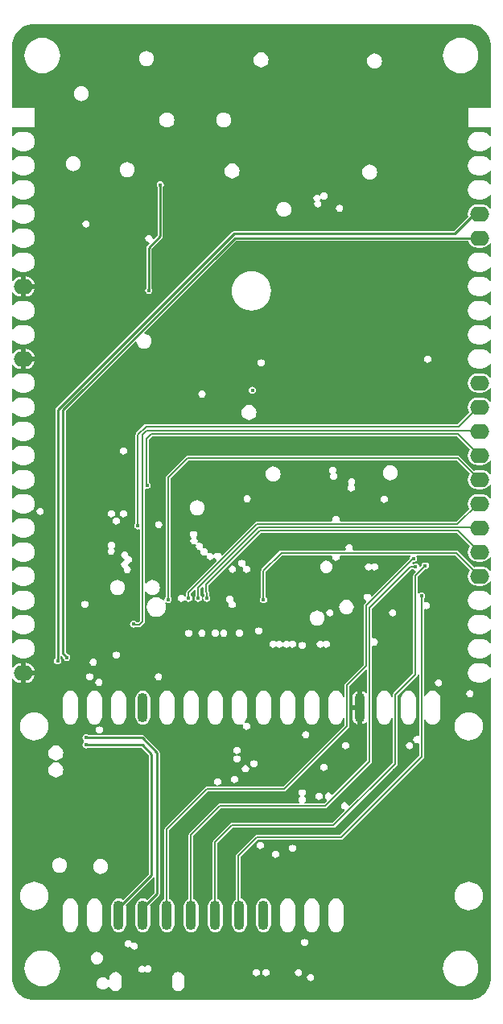
<source format=gbr>
G04*
G04 #@! TF.GenerationSoftware,Altium Limited,Altium Designer,22.4.2 (48)*
G04*
G04 Layer_Physical_Order=3*
G04 Layer_Color=16440176*
%FSLAX25Y25*%
%MOIN*%
G70*
G04*
G04 #@! TF.SameCoordinates,F1429C7B-AB02-4E32-93F6-432C4BA2DB55*
G04*
G04*
G04 #@! TF.FilePolarity,Positive*
G04*
G01*
G75*
%ADD10C,0.00787*%
%ADD13C,0.05000*%
%ADD49C,0.03937*%
%ADD50C,0.00984*%
G04:AMPARAMS|DCode=58|XSize=43.31mil|YSize=122.05mil|CornerRadius=21.65mil|HoleSize=0mil|Usage=FLASHONLY|Rotation=0.000|XOffset=0mil|YOffset=0mil|HoleType=Round|Shape=RoundedRectangle|*
%AMROUNDEDRECTD58*
21,1,0.04331,0.07874,0,0,0.0*
21,1,0.00000,0.12205,0,0,0.0*
1,1,0.04331,0.00000,-0.03937*
1,1,0.04331,0.00000,-0.03937*
1,1,0.04331,0.00000,0.03937*
1,1,0.04331,0.00000,0.03937*
%
%ADD58ROUNDEDRECTD58*%
%ADD61O,0.07874X0.06299*%
%ADD65C,0.01772*%
G36*
X192708Y404381D02*
X194381Y403687D01*
X195888Y402681D01*
X197169Y401400D01*
X198176Y399893D01*
X198869Y398219D01*
X199222Y396443D01*
Y395537D01*
Y370141D01*
X189701D01*
Y362142D01*
X199222D01*
Y358359D01*
X198940Y358235D01*
X198722Y358220D01*
X198128Y358994D01*
X197293Y359635D01*
X196320Y360038D01*
X195276Y360176D01*
X193701D01*
X192657Y360038D01*
X191684Y359635D01*
X190848Y358994D01*
X190207Y358159D01*
X189804Y357186D01*
X189667Y356142D01*
X189804Y355098D01*
X190207Y354125D01*
X190848Y353289D01*
X191684Y352648D01*
X192657Y352245D01*
X193701Y352108D01*
X195276D01*
X196320Y352245D01*
X197293Y352648D01*
X198128Y353289D01*
X198722Y354063D01*
X198940Y354049D01*
X199222Y353924D01*
Y348359D01*
X198940Y348235D01*
X198722Y348220D01*
X198128Y348994D01*
X197293Y349635D01*
X196320Y350038D01*
X195276Y350176D01*
X193701D01*
X192657Y350038D01*
X191684Y349635D01*
X190848Y348994D01*
X190207Y348159D01*
X189804Y347186D01*
X189667Y346142D01*
X189804Y345098D01*
X190207Y344125D01*
X190848Y343289D01*
X191684Y342648D01*
X192657Y342245D01*
X193701Y342108D01*
X195276D01*
X196320Y342245D01*
X197293Y342648D01*
X198128Y343289D01*
X198722Y344063D01*
X198940Y344049D01*
X199222Y343924D01*
Y338359D01*
X198940Y338234D01*
X198722Y338220D01*
X198128Y338994D01*
X197293Y339635D01*
X196320Y340038D01*
X195276Y340176D01*
X193701D01*
X192657Y340038D01*
X191684Y339635D01*
X190848Y338994D01*
X190207Y338159D01*
X189804Y337186D01*
X189667Y336142D01*
X189804Y335098D01*
X190207Y334125D01*
X190848Y333289D01*
X191684Y332648D01*
X192657Y332245D01*
X193701Y332108D01*
X195276D01*
X196320Y332245D01*
X197293Y332648D01*
X198128Y333289D01*
X198722Y334063D01*
X198940Y334049D01*
X199222Y333924D01*
Y328359D01*
X198940Y328235D01*
X198722Y328220D01*
X198128Y328994D01*
X197293Y329635D01*
X196320Y330038D01*
X195276Y330176D01*
X193701D01*
X192657Y330038D01*
X191684Y329635D01*
X190848Y328994D01*
X190207Y328159D01*
X189804Y327186D01*
X189667Y326142D01*
X189787Y325227D01*
X183774Y319214D01*
X92817D01*
X92394Y319130D01*
X92036Y318891D01*
X19040Y245895D01*
X18801Y245537D01*
X18717Y245115D01*
Y142253D01*
X18637Y142199D01*
X18310Y141710D01*
X18196Y141134D01*
X18310Y140558D01*
X18637Y140070D01*
X19125Y139744D01*
X19701Y139629D01*
X20277Y139744D01*
X20765Y140070D01*
X21092Y140558D01*
X21206Y141134D01*
X21092Y141710D01*
X20925Y141960D01*
Y143020D01*
X21425Y143227D01*
X22021Y142631D01*
X21995Y142500D01*
X22109Y141924D01*
X22436Y141436D01*
X22924Y141109D01*
X23500Y140995D01*
X24076Y141109D01*
X24564Y141436D01*
X24891Y141924D01*
X25005Y142500D01*
X24891Y143076D01*
X24564Y143564D01*
X24076Y143891D01*
X23836Y143939D01*
X23104Y144670D01*
Y244609D01*
X51892Y273397D01*
X52420Y273218D01*
X52489Y272693D01*
X52800Y271941D01*
X53296Y271296D01*
X53941Y270800D01*
X54693Y270489D01*
X55500Y270383D01*
X56307Y270489D01*
X57059Y270800D01*
X57704Y271296D01*
X58200Y271941D01*
X58511Y272693D01*
X58617Y273500D01*
X58511Y274307D01*
X58200Y275059D01*
X57704Y275704D01*
X57059Y276200D01*
X56307Y276511D01*
X55782Y276580D01*
X55603Y277108D01*
X93532Y315038D01*
X189829D01*
X190207Y314125D01*
X190848Y313289D01*
X191684Y312648D01*
X192657Y312245D01*
X193701Y312108D01*
X195276D01*
X196320Y312245D01*
X197293Y312648D01*
X198128Y313289D01*
X198722Y314063D01*
X198940Y314049D01*
X199222Y313924D01*
Y308359D01*
X198940Y308235D01*
X198722Y308220D01*
X198128Y308994D01*
X197293Y309635D01*
X196320Y310038D01*
X195276Y310176D01*
X193701D01*
X192657Y310038D01*
X191684Y309635D01*
X190848Y308994D01*
X190207Y308159D01*
X189804Y307186D01*
X189667Y306142D01*
X189804Y305098D01*
X190207Y304125D01*
X190848Y303289D01*
X191684Y302648D01*
X192657Y302245D01*
X193701Y302108D01*
X195276D01*
X196320Y302245D01*
X197293Y302648D01*
X198128Y303289D01*
X198722Y304063D01*
X198940Y304049D01*
X199222Y303924D01*
Y298359D01*
X198940Y298235D01*
X198722Y298220D01*
X198128Y298994D01*
X197293Y299635D01*
X196320Y300038D01*
X195276Y300176D01*
X193701D01*
X192657Y300038D01*
X191684Y299635D01*
X190848Y298994D01*
X190207Y298159D01*
X189804Y297186D01*
X189667Y296142D01*
X189804Y295098D01*
X190207Y294125D01*
X190848Y293289D01*
X191684Y292648D01*
X192657Y292245D01*
X193701Y292108D01*
X195276D01*
X196320Y292245D01*
X197293Y292648D01*
X198128Y293289D01*
X198722Y294063D01*
X198940Y294049D01*
X199222Y293924D01*
Y288359D01*
X198940Y288234D01*
X198722Y288220D01*
X198128Y288994D01*
X197293Y289635D01*
X196320Y290038D01*
X195276Y290176D01*
X193701D01*
X192657Y290038D01*
X191684Y289635D01*
X190848Y288994D01*
X190207Y288159D01*
X189804Y287186D01*
X189667Y286142D01*
X189804Y285098D01*
X190207Y284125D01*
X190848Y283289D01*
X191684Y282648D01*
X192657Y282245D01*
X193701Y282108D01*
X195276D01*
X196320Y282245D01*
X197293Y282648D01*
X198128Y283289D01*
X198722Y284063D01*
X198940Y284049D01*
X199222Y283924D01*
Y278359D01*
X198940Y278235D01*
X198722Y278220D01*
X198128Y278994D01*
X197293Y279635D01*
X196320Y280038D01*
X195276Y280176D01*
X193701D01*
X192657Y280038D01*
X191684Y279635D01*
X190848Y278994D01*
X190207Y278159D01*
X189804Y277186D01*
X189667Y276142D01*
X189804Y275098D01*
X190207Y274125D01*
X190848Y273289D01*
X191684Y272648D01*
X192657Y272245D01*
X193701Y272108D01*
X195276D01*
X196320Y272245D01*
X197293Y272648D01*
X198128Y273289D01*
X198722Y274063D01*
X198940Y274049D01*
X199222Y273924D01*
Y268359D01*
X198940Y268234D01*
X198722Y268220D01*
X198128Y268994D01*
X197293Y269635D01*
X196320Y270038D01*
X195276Y270176D01*
X193701D01*
X192657Y270038D01*
X191684Y269635D01*
X190848Y268994D01*
X190207Y268159D01*
X189804Y267186D01*
X189667Y266142D01*
X189804Y265098D01*
X190207Y264125D01*
X190848Y263289D01*
X191684Y262648D01*
X192657Y262245D01*
X193701Y262108D01*
X195276D01*
X196320Y262245D01*
X197293Y262648D01*
X198128Y263289D01*
X198722Y264063D01*
X198940Y264049D01*
X199222Y263924D01*
Y258359D01*
X198940Y258235D01*
X198722Y258220D01*
X198128Y258994D01*
X197293Y259635D01*
X196320Y260038D01*
X195276Y260176D01*
X193701D01*
X192657Y260038D01*
X191684Y259635D01*
X190848Y258994D01*
X190207Y258159D01*
X189804Y257186D01*
X189667Y256142D01*
X189804Y255098D01*
X190207Y254125D01*
X190848Y253289D01*
X191684Y252648D01*
X192657Y252245D01*
X193701Y252108D01*
X195276D01*
X196320Y252245D01*
X197293Y252648D01*
X198128Y253289D01*
X198722Y254063D01*
X198940Y254049D01*
X199222Y253924D01*
Y248359D01*
X198940Y248235D01*
X198722Y248220D01*
X198128Y248994D01*
X197293Y249635D01*
X196320Y250038D01*
X195276Y250176D01*
X193701D01*
X192657Y250038D01*
X191684Y249635D01*
X190848Y248994D01*
X190207Y248159D01*
X189804Y247186D01*
X189667Y246142D01*
X189804Y245098D01*
X190207Y244125D01*
X190232Y244092D01*
X185332Y239193D01*
X56406D01*
X56022Y239116D01*
X55697Y238899D01*
X52290Y235492D01*
X52073Y235167D01*
X51996Y234783D01*
Y198105D01*
X51936Y198064D01*
X51609Y197576D01*
X51495Y197000D01*
X51609Y196424D01*
X51936Y195936D01*
X52424Y195609D01*
X53000Y195495D01*
X53367Y195568D01*
X53866Y195248D01*
Y157786D01*
X53223Y157142D01*
X52328D01*
X52178Y157366D01*
X51690Y157692D01*
X51114Y157807D01*
X50538Y157692D01*
X50049Y157366D01*
X49723Y156878D01*
X49608Y156302D01*
X49723Y155726D01*
X50049Y155237D01*
X50538Y154911D01*
X51114Y154796D01*
X51690Y154911D01*
X52025Y155135D01*
X53638D01*
X54023Y155211D01*
X54348Y155429D01*
X55580Y156660D01*
X55797Y156986D01*
X55874Y157370D01*
Y169715D01*
X55976Y169769D01*
X56374Y169846D01*
X56796Y169296D01*
X57441Y168800D01*
X58193Y168489D01*
X59000Y168383D01*
X59807Y168489D01*
X60559Y168800D01*
X61204Y169296D01*
X61700Y169941D01*
X62011Y170693D01*
X62117Y171500D01*
X62011Y172307D01*
X61700Y173059D01*
X61204Y173704D01*
X60559Y174200D01*
X59807Y174511D01*
X59000Y174617D01*
X58193Y174511D01*
X57441Y174200D01*
X56796Y173704D01*
X56374Y173154D01*
X55976Y173231D01*
X55874Y173285D01*
Y212027D01*
X56374Y212347D01*
X56740Y212274D01*
X57316Y212389D01*
X57805Y212715D01*
X58131Y213204D01*
X58245Y213779D01*
X58131Y214356D01*
X57805Y214844D01*
X57696Y214916D01*
Y232655D01*
X59077Y234036D01*
X185175D01*
X190574Y228637D01*
X190207Y228159D01*
X189804Y227186D01*
X189667Y226142D01*
X189804Y225098D01*
X190207Y224125D01*
X190848Y223289D01*
X191684Y222648D01*
X192657Y222245D01*
X193701Y222108D01*
X195276D01*
X196320Y222245D01*
X197293Y222648D01*
X198128Y223289D01*
X198722Y224063D01*
X198940Y224049D01*
X199222Y223924D01*
Y218359D01*
X198940Y218234D01*
X198722Y218220D01*
X198128Y218994D01*
X197293Y219635D01*
X196320Y220038D01*
X195276Y220176D01*
X193701D01*
X192657Y220038D01*
X192200Y219849D01*
X186355Y225694D01*
X186030Y225911D01*
X185646Y225988D01*
X73448D01*
X73063Y225911D01*
X72738Y225694D01*
X64790Y217746D01*
X64573Y217421D01*
X64496Y217037D01*
Y167605D01*
X64436Y167564D01*
X64109Y167076D01*
X63995Y166500D01*
X64024Y166354D01*
X63556Y166142D01*
X63482Y166238D01*
X62647Y166879D01*
X61674Y167282D01*
X60630Y167420D01*
X59586Y167282D01*
X58613Y166879D01*
X57777Y166238D01*
X57136Y165403D01*
X56733Y164430D01*
X56596Y163386D01*
X56733Y162342D01*
X57136Y161369D01*
X57777Y160533D01*
X58613Y159892D01*
X59586Y159489D01*
X60630Y159352D01*
X61674Y159489D01*
X62647Y159892D01*
X63482Y160533D01*
X64124Y161369D01*
X64527Y162342D01*
X64664Y163386D01*
X64527Y164430D01*
X64330Y164905D01*
X64734Y165236D01*
X64924Y165109D01*
X65500Y164995D01*
X66076Y165109D01*
X66564Y165436D01*
X66891Y165924D01*
X67005Y166500D01*
X66891Y167076D01*
X66564Y167564D01*
X66504Y167605D01*
Y216621D01*
X73863Y223981D01*
X185230D01*
X190574Y218637D01*
X190207Y218159D01*
X189804Y217186D01*
X189667Y216142D01*
X189804Y215098D01*
X190207Y214125D01*
X190848Y213289D01*
X191684Y212648D01*
X192657Y212245D01*
X193701Y212108D01*
X195276D01*
X196320Y212245D01*
X197293Y212648D01*
X198128Y213289D01*
X198722Y214063D01*
X198940Y214049D01*
X199222Y213924D01*
Y208359D01*
X198940Y208235D01*
X198722Y208220D01*
X198128Y208994D01*
X197293Y209635D01*
X196320Y210038D01*
X195276Y210176D01*
X193701D01*
X192657Y210038D01*
X191684Y209635D01*
X190848Y208994D01*
X190207Y208159D01*
X189804Y207186D01*
X189667Y206142D01*
X189804Y205098D01*
X190207Y204125D01*
X190232Y204092D01*
X184899Y198759D01*
X136752D01*
X136432Y199259D01*
X136505Y199626D01*
X136391Y200202D01*
X136064Y200690D01*
X135576Y201017D01*
X135000Y201131D01*
X134424Y201017D01*
X133936Y200690D01*
X133609Y200202D01*
X133495Y199626D01*
X133568Y199259D01*
X133248Y198759D01*
X102256D01*
X101872Y198683D01*
X101546Y198466D01*
X87943Y184862D01*
X87401Y185027D01*
X87391Y185076D01*
X87064Y185564D01*
X86576Y185891D01*
X86000Y186005D01*
X85424Y185891D01*
X84936Y185564D01*
X84719Y185240D01*
X84217Y185185D01*
X84140Y185205D01*
X84016Y185391D01*
X83528Y185717D01*
X82952Y185832D01*
X82376Y185717D01*
X82277Y185651D01*
X81827Y185952D01*
X81875Y186197D01*
X81761Y186773D01*
X81435Y187261D01*
X80946Y187588D01*
X80370Y187702D01*
X80315Y187691D01*
X80256Y187724D01*
X79931Y188125D01*
X80005Y188500D01*
X79891Y189076D01*
X79564Y189564D01*
X79076Y189891D01*
X78500Y190005D01*
X77956Y189897D01*
X77819Y190003D01*
X77696Y190133D01*
X77593Y190271D01*
X77703Y190823D01*
X77588Y191399D01*
X77262Y191887D01*
X77203Y191927D01*
X77064Y192436D01*
X77129Y192532D01*
X77391Y192924D01*
X77505Y193500D01*
X77391Y194076D01*
X77064Y194564D01*
X76576Y194891D01*
X76000Y195005D01*
X75424Y194891D01*
X74936Y194564D01*
X74609Y194076D01*
X74495Y193500D01*
X74609Y192924D01*
X74936Y192436D01*
X74995Y192396D01*
X75133Y191887D01*
X75069Y191791D01*
X74807Y191399D01*
X74692Y190823D01*
X74807Y190247D01*
X75133Y189758D01*
X75622Y189432D01*
X76198Y189318D01*
X76742Y189426D01*
X76879Y189320D01*
X77002Y189190D01*
X77105Y189052D01*
X76995Y188500D01*
X77109Y187924D01*
X77436Y187436D01*
X77924Y187109D01*
X78500Y186995D01*
X78555Y187006D01*
X78614Y186973D01*
X78939Y186572D01*
X78865Y186197D01*
X78979Y185621D01*
X79306Y185132D01*
X79794Y184806D01*
X80370Y184692D01*
X80946Y184806D01*
X81045Y184872D01*
X81495Y184572D01*
X81446Y184327D01*
X81561Y183751D01*
X81887Y183262D01*
X82376Y182936D01*
X82952Y182822D01*
X83528Y182936D01*
X84016Y183262D01*
X84233Y183587D01*
X84735Y183642D01*
X84812Y183621D01*
X84936Y183436D01*
X85424Y183109D01*
X85473Y183099D01*
X85638Y182557D01*
X73290Y170210D01*
X73073Y169884D01*
X72996Y169500D01*
Y168105D01*
X72936Y168064D01*
X72801Y167862D01*
X72199D01*
X72064Y168064D01*
X71576Y168391D01*
X71000Y168505D01*
X70424Y168391D01*
X69936Y168064D01*
X69609Y167576D01*
X69495Y167000D01*
X69609Y166424D01*
X69936Y165936D01*
X70424Y165609D01*
X71000Y165495D01*
X71576Y165609D01*
X72064Y165936D01*
X72199Y166138D01*
X72801D01*
X72936Y165936D01*
X73424Y165609D01*
X74000Y165495D01*
X74576Y165609D01*
X75064Y165936D01*
X75391Y166424D01*
X75505Y167000D01*
X75391Y167576D01*
X75064Y168064D01*
X75003Y168105D01*
Y169084D01*
X76534Y170615D01*
X76996Y170424D01*
Y168105D01*
X76936Y168064D01*
X76609Y167576D01*
X76495Y167000D01*
X76609Y166424D01*
X76936Y165936D01*
X77424Y165609D01*
X78000Y165495D01*
X78576Y165609D01*
X79064Y165936D01*
X79391Y166424D01*
X79505Y167000D01*
X79391Y167576D01*
X79064Y168064D01*
X79004Y168105D01*
Y171136D01*
X79598Y171730D01*
X80059Y171538D01*
Y169633D01*
X80136Y169249D01*
X80353Y168924D01*
X80497Y168781D01*
Y168105D01*
X80436Y168064D01*
X80109Y167576D01*
X79995Y167000D01*
X80109Y166424D01*
X80436Y165936D01*
X80924Y165609D01*
X81500Y165495D01*
X82076Y165609D01*
X82564Y165936D01*
X82891Y166424D01*
X83005Y167000D01*
X82891Y167576D01*
X82564Y168064D01*
X82503Y168105D01*
Y169196D01*
X82427Y169580D01*
X82210Y169906D01*
X82067Y170049D01*
Y172250D01*
X103813Y193997D01*
X185214D01*
X190574Y188637D01*
X190207Y188159D01*
X189804Y187186D01*
X189667Y186142D01*
X189804Y185098D01*
X190207Y184125D01*
X190848Y183289D01*
X191684Y182648D01*
X192657Y182245D01*
X193701Y182108D01*
X195276D01*
X196320Y182245D01*
X197293Y182648D01*
X198128Y183289D01*
X198722Y184063D01*
X198940Y184049D01*
X199222Y183924D01*
Y178359D01*
X198940Y178234D01*
X198722Y178220D01*
X198128Y178994D01*
X197293Y179635D01*
X196320Y180038D01*
X195276Y180176D01*
X193701D01*
X192657Y180038D01*
X192200Y179849D01*
X185469Y186580D01*
X185144Y186797D01*
X184760Y186874D01*
X142116D01*
X141849Y187374D01*
X141891Y187436D01*
X142005Y188012D01*
X141891Y188588D01*
X141564Y189076D01*
X141076Y189402D01*
X140500Y189517D01*
X139924Y189402D01*
X139436Y189076D01*
X139109Y188588D01*
X138995Y188012D01*
X139109Y187436D01*
X139151Y187374D01*
X138884Y186874D01*
X112370D01*
X111986Y186797D01*
X111661Y186580D01*
X104290Y179210D01*
X104073Y178884D01*
X103997Y178500D01*
Y167518D01*
X103936Y167478D01*
X103609Y166989D01*
X103495Y166413D01*
X103609Y165837D01*
X103936Y165349D01*
X104424Y165023D01*
X105000Y164908D01*
X105576Y165023D01*
X106064Y165349D01*
X106391Y165837D01*
X106505Y166413D01*
X106391Y166989D01*
X106064Y167478D01*
X106003Y167518D01*
Y178084D01*
X112786Y184867D01*
X133248D01*
X133568Y184367D01*
X133495Y184000D01*
X133609Y183424D01*
X133936Y182936D01*
X134424Y182609D01*
X135000Y182495D01*
X135576Y182609D01*
X136064Y182936D01*
X136391Y183424D01*
X136505Y184000D01*
X136432Y184367D01*
X136752Y184867D01*
X165703D01*
X165766Y184789D01*
X165924Y184367D01*
X165682Y184004D01*
X165582Y183501D01*
X149943Y167862D01*
X149400Y168027D01*
X149391Y168076D01*
X149064Y168564D01*
X148576Y168891D01*
X148000Y169005D01*
X147424Y168891D01*
X146936Y168564D01*
X146609Y168076D01*
X146495Y167500D01*
X146609Y166924D01*
X146936Y166436D01*
X147424Y166109D01*
X147473Y166100D01*
X147638Y165557D01*
X146790Y164710D01*
X146573Y164384D01*
X146496Y164000D01*
Y139532D01*
X138790Y131826D01*
X138573Y131501D01*
X138496Y131117D01*
Y126051D01*
X137996Y126018D01*
X137938Y126464D01*
X137634Y127198D01*
X137151Y127828D01*
X136521Y128311D01*
X135787Y128615D01*
X135000Y128718D01*
X134213Y128615D01*
X133479Y128311D01*
X132849Y127828D01*
X132366Y127198D01*
X132062Y126464D01*
X131959Y125677D01*
Y117803D01*
X132062Y117016D01*
X132366Y116282D01*
X132849Y115653D01*
X133479Y115169D01*
X134213Y114865D01*
X135000Y114762D01*
X135787Y114865D01*
X136521Y115169D01*
X137151Y115653D01*
X137634Y116282D01*
X137938Y117016D01*
X137996Y117462D01*
X138496Y117429D01*
Y114416D01*
X113084Y89003D01*
X81500D01*
X81116Y88927D01*
X80790Y88710D01*
X64290Y72210D01*
X64073Y71884D01*
X63996Y71500D01*
Y42525D01*
X63479Y42311D01*
X62849Y41828D01*
X62366Y41198D01*
X62062Y40464D01*
X61959Y39677D01*
Y31803D01*
X62062Y31016D01*
X62366Y30283D01*
X62849Y29653D01*
X63479Y29169D01*
X64213Y28865D01*
X65000Y28762D01*
X65787Y28865D01*
X66521Y29169D01*
X67151Y29653D01*
X67634Y30283D01*
X67938Y31016D01*
X68041Y31803D01*
Y39677D01*
X67938Y40464D01*
X67634Y41198D01*
X67151Y41828D01*
X66521Y42311D01*
X66004Y42525D01*
Y71084D01*
X81916Y86997D01*
X113500D01*
X113884Y87073D01*
X114210Y87290D01*
X140210Y113290D01*
X140427Y113616D01*
X140504Y114000D01*
Y130701D01*
X147535Y137732D01*
X147996Y137541D01*
Y127793D01*
X147496Y127623D01*
X147257Y127935D01*
X146596Y128442D01*
X146000Y128689D01*
Y121740D01*
Y114791D01*
X146596Y115038D01*
X147257Y115546D01*
X147496Y115857D01*
X147996Y115687D01*
Y99916D01*
X133779Y85699D01*
X133200Y85826D01*
X132992Y86137D01*
X132504Y86463D01*
X131928Y86578D01*
X131352Y86463D01*
X130863Y86137D01*
X130537Y85648D01*
X130422Y85072D01*
X130537Y84496D01*
X130863Y84008D01*
X131174Y83800D01*
X131301Y83221D01*
X130084Y82003D01*
X122170D01*
X122019Y82503D01*
X122067Y82536D01*
X122393Y83024D01*
X122508Y83600D01*
X122393Y84176D01*
X122067Y84664D01*
X121938Y84750D01*
Y85351D01*
X122064Y85436D01*
X122391Y85924D01*
X122505Y86500D01*
X122391Y87076D01*
X122064Y87564D01*
X121576Y87891D01*
X121000Y88005D01*
X120424Y87891D01*
X119936Y87564D01*
X119609Y87076D01*
X119495Y86500D01*
X119609Y85924D01*
X119936Y85436D01*
X120064Y85350D01*
Y84749D01*
X119938Y84664D01*
X119612Y84176D01*
X119497Y83600D01*
X119612Y83024D01*
X119938Y82536D01*
X119986Y82503D01*
X119834Y82003D01*
X87000D01*
X86616Y81927D01*
X86290Y81710D01*
X74290Y69710D01*
X74073Y69384D01*
X73997Y69000D01*
Y42525D01*
X73479Y42311D01*
X72849Y41828D01*
X72366Y41198D01*
X72062Y40464D01*
X71959Y39677D01*
Y31803D01*
X72062Y31016D01*
X72366Y30283D01*
X72849Y29653D01*
X73479Y29169D01*
X74213Y28865D01*
X75000Y28762D01*
X75787Y28865D01*
X76521Y29169D01*
X77151Y29653D01*
X77634Y30283D01*
X77938Y31016D01*
X78041Y31803D01*
Y39677D01*
X77938Y40464D01*
X77634Y41198D01*
X77151Y41828D01*
X76521Y42311D01*
X76003Y42525D01*
Y68584D01*
X87416Y79997D01*
X130500D01*
X130884Y80073D01*
X131210Y80290D01*
X149710Y98790D01*
X149927Y99116D01*
X150004Y99500D01*
Y147152D01*
X150504Y147471D01*
X150870Y147398D01*
X151446Y147513D01*
X151935Y147839D01*
X152261Y148328D01*
X152375Y148904D01*
X152261Y149480D01*
X151935Y149968D01*
X151446Y150294D01*
X150870Y150409D01*
X150504Y150336D01*
X150004Y150656D01*
Y162636D01*
X166349Y178981D01*
X166905D01*
X166936Y178936D01*
X167424Y178609D01*
X167890Y178516D01*
X168052Y178201D01*
X168087Y178006D01*
X167294Y177213D01*
X167076Y176888D01*
X167000Y176504D01*
Y135916D01*
X158775Y127690D01*
X158557Y127365D01*
X158481Y126981D01*
Y126171D01*
X157981Y126138D01*
X157938Y126464D01*
X157634Y127198D01*
X157151Y127828D01*
X156521Y128311D01*
X155787Y128615D01*
X155000Y128718D01*
X154213Y128615D01*
X153479Y128311D01*
X152849Y127828D01*
X152366Y127198D01*
X152062Y126464D01*
X151959Y125677D01*
Y117803D01*
X152062Y117016D01*
X152366Y116282D01*
X152849Y115653D01*
X153479Y115169D01*
X154213Y114865D01*
X155000Y114762D01*
X155787Y114865D01*
X156521Y115169D01*
X157151Y115653D01*
X157634Y116282D01*
X157938Y117016D01*
X157981Y117342D01*
X158481Y117310D01*
Y98876D01*
X140571Y80966D01*
X140310Y81040D01*
X140073Y81176D01*
X139973Y81678D01*
X139647Y82167D01*
X139159Y82493D01*
X138583Y82608D01*
X138007Y82493D01*
X137518Y82167D01*
X137192Y81678D01*
X137077Y81102D01*
X137192Y80526D01*
X137518Y80038D01*
X138007Y79712D01*
X138509Y79612D01*
X138645Y79375D01*
X138719Y79114D01*
X133608Y74003D01*
X92000D01*
X91616Y73927D01*
X91290Y73710D01*
X84290Y66710D01*
X84073Y66384D01*
X83996Y66000D01*
Y42525D01*
X83479Y42311D01*
X82849Y41828D01*
X82366Y41198D01*
X82062Y40464D01*
X81959Y39677D01*
Y31803D01*
X82062Y31016D01*
X82366Y30283D01*
X82849Y29653D01*
X83479Y29169D01*
X84213Y28865D01*
X85000Y28762D01*
X85787Y28865D01*
X86521Y29169D01*
X87151Y29653D01*
X87634Y30283D01*
X87938Y31016D01*
X88041Y31803D01*
Y39677D01*
X87938Y40464D01*
X87634Y41198D01*
X87151Y41828D01*
X86521Y42311D01*
X86004Y42525D01*
Y65584D01*
X92416Y71996D01*
X134024D01*
X134408Y72073D01*
X134733Y72290D01*
X160194Y97751D01*
X160411Y98077D01*
X160488Y98461D01*
Y126565D01*
X168713Y134790D01*
X168931Y135116D01*
X168997Y135447D01*
X169497Y135398D01*
Y110145D01*
X168997Y109906D01*
X168500Y110005D01*
X167924Y109891D01*
X167436Y109564D01*
X167109Y109076D01*
X166995Y108500D01*
X167109Y107924D01*
X167436Y107436D01*
X167924Y107109D01*
X168500Y106995D01*
X168997Y107094D01*
X169497Y106855D01*
Y101916D01*
X136714Y69134D01*
X102130D01*
X101746Y69057D01*
X101420Y68840D01*
X93790Y61210D01*
X93573Y60884D01*
X93497Y60500D01*
Y42318D01*
X93479Y42311D01*
X92849Y41828D01*
X92366Y41198D01*
X92062Y40464D01*
X91959Y39677D01*
Y31803D01*
X92062Y31016D01*
X92366Y30283D01*
X92849Y29653D01*
X93479Y29169D01*
X94213Y28865D01*
X95000Y28762D01*
X95787Y28865D01*
X96521Y29169D01*
X97151Y29653D01*
X97634Y30283D01*
X97938Y31016D01*
X98041Y31803D01*
Y39677D01*
X97938Y40464D01*
X97634Y41198D01*
X97151Y41828D01*
X96521Y42311D01*
X95787Y42615D01*
X95503Y42652D01*
Y60084D01*
X102546Y67126D01*
X137130D01*
X137514Y67203D01*
X137839Y67420D01*
X171210Y100790D01*
X171427Y101116D01*
X171503Y101500D01*
Y116868D01*
X172003Y116967D01*
X172263Y116341D01*
X172765Y115686D01*
X173420Y115184D01*
X174182Y114868D01*
X175000Y114761D01*
X175818Y114868D01*
X176580Y115184D01*
X177235Y115686D01*
X177737Y116341D01*
X178053Y117103D01*
X178161Y117921D01*
Y125559D01*
X178053Y126377D01*
X177737Y127139D01*
X177235Y127794D01*
X176580Y128296D01*
X175818Y128612D01*
X175000Y128720D01*
X174182Y128612D01*
X173420Y128296D01*
X172765Y127794D01*
X172263Y127139D01*
X172003Y126513D01*
X171503Y126612D01*
Y162355D01*
X172003Y162593D01*
X172500Y162495D01*
X173076Y162609D01*
X173564Y162936D01*
X173891Y163424D01*
X174005Y164000D01*
X173891Y164576D01*
X173564Y165064D01*
X173076Y165391D01*
X172500Y165505D01*
X172003Y165407D01*
X171503Y165645D01*
Y166895D01*
X171564Y166936D01*
X171891Y167424D01*
X172005Y168000D01*
X171891Y168576D01*
X171564Y169064D01*
X171076Y169391D01*
X170500Y169505D01*
X169924Y169391D01*
X169507Y169112D01*
X169222Y169193D01*
X169007Y169323D01*
Y176088D01*
X171928Y179009D01*
X172000Y178995D01*
X172576Y179109D01*
X173064Y179436D01*
X173391Y179924D01*
X173505Y180500D01*
X173391Y181076D01*
X173064Y181564D01*
X172576Y181891D01*
X172000Y182005D01*
X171424Y181891D01*
X170936Y181564D01*
X170609Y181076D01*
X170495Y180500D01*
X170509Y180428D01*
X169994Y179913D01*
X169799Y179948D01*
X169483Y180110D01*
X169391Y180576D01*
X169064Y181064D01*
X168576Y181391D01*
X168000Y181505D01*
X167424Y181391D01*
X167076Y181158D01*
X166825Y181199D01*
X166654Y181676D01*
X166662Y181743D01*
X166880Y181961D01*
X167072Y181922D01*
X167648Y182037D01*
X168137Y182363D01*
X168463Y182852D01*
X168578Y183428D01*
X168463Y184004D01*
X168221Y184367D01*
X168379Y184789D01*
X168442Y184867D01*
X184344D01*
X190574Y178637D01*
X190207Y178159D01*
X189804Y177186D01*
X189667Y176142D01*
X189804Y175098D01*
X190207Y174125D01*
X190848Y173289D01*
X191684Y172648D01*
X192657Y172245D01*
X193701Y172108D01*
X195276D01*
X196320Y172245D01*
X197293Y172648D01*
X198128Y173289D01*
X198722Y174063D01*
X198940Y174049D01*
X199222Y173924D01*
Y168359D01*
X198940Y168234D01*
X198722Y168220D01*
X198128Y168994D01*
X197293Y169635D01*
X196320Y170038D01*
X195276Y170176D01*
X193701D01*
X192657Y170038D01*
X191684Y169635D01*
X190848Y168994D01*
X190207Y168159D01*
X189804Y167186D01*
X189667Y166142D01*
X189804Y165098D01*
X190207Y164125D01*
X190848Y163289D01*
X191684Y162648D01*
X192657Y162245D01*
X193701Y162108D01*
X195276D01*
X196320Y162245D01*
X197293Y162648D01*
X198128Y163289D01*
X198722Y164063D01*
X198940Y164049D01*
X199222Y163924D01*
Y158359D01*
X198940Y158234D01*
X198722Y158220D01*
X198128Y158994D01*
X197293Y159635D01*
X196320Y160038D01*
X195276Y160176D01*
X193701D01*
X192657Y160038D01*
X191684Y159635D01*
X190848Y158994D01*
X190207Y158159D01*
X189804Y157186D01*
X189667Y156142D01*
X189804Y155098D01*
X190207Y154125D01*
X190848Y153289D01*
X191684Y152648D01*
X192657Y152245D01*
X193701Y152108D01*
X195276D01*
X196320Y152245D01*
X197293Y152648D01*
X198128Y153289D01*
X198722Y154063D01*
X198940Y154049D01*
X199222Y153924D01*
Y148359D01*
X198940Y148234D01*
X198722Y148220D01*
X198128Y148994D01*
X197293Y149635D01*
X196320Y150038D01*
X195276Y150176D01*
X193701D01*
X192657Y150038D01*
X191684Y149635D01*
X190848Y148994D01*
X190207Y148159D01*
X189804Y147186D01*
X189667Y146142D01*
X189804Y145098D01*
X190207Y144125D01*
X190848Y143289D01*
X191684Y142648D01*
X192657Y142245D01*
X193701Y142108D01*
X195276D01*
X196320Y142245D01*
X197293Y142648D01*
X198128Y143289D01*
X198722Y144063D01*
X198940Y144049D01*
X199222Y143924D01*
Y138359D01*
X198940Y138234D01*
X198722Y138220D01*
X198128Y138994D01*
X197293Y139635D01*
X196320Y140038D01*
X195276Y140176D01*
X193701D01*
X192657Y140038D01*
X191684Y139635D01*
X190848Y138994D01*
X190207Y138159D01*
X189804Y137186D01*
X189667Y136142D01*
X189804Y135098D01*
X190207Y134125D01*
X190848Y133289D01*
X191684Y132648D01*
X192657Y132245D01*
X193701Y132108D01*
X195276D01*
X196320Y132245D01*
X197293Y132648D01*
X198128Y133289D01*
X198722Y134063D01*
X198940Y134049D01*
X199222Y133924D01*
Y10025D01*
Y9119D01*
X198869Y7342D01*
X198176Y5669D01*
X197169Y4162D01*
X195888Y2881D01*
X194381Y1874D01*
X192708Y1181D01*
X190931Y828D01*
X190025Y828D01*
X9119D01*
X7342Y1181D01*
X5669Y1874D01*
X4162Y2881D01*
X2881Y4162D01*
X1874Y5669D01*
X1181Y7342D01*
X828Y9119D01*
X828Y10025D01*
Y133582D01*
X1328Y133752D01*
X1765Y133182D01*
X2632Y132517D01*
X3641Y132099D01*
X4512Y131984D01*
Y136142D01*
Y140299D01*
X3641Y140184D01*
X2632Y139766D01*
X1765Y139101D01*
X1328Y138532D01*
X828Y138701D01*
Y143844D01*
X1328Y143998D01*
X1872Y143289D01*
X2707Y142648D01*
X3680Y142245D01*
X4724Y142108D01*
X6299D01*
X7343Y142245D01*
X8316Y142648D01*
X9152Y143289D01*
X9793Y144125D01*
X10196Y145098D01*
X10333Y146142D01*
X10196Y147186D01*
X9793Y148159D01*
X9152Y148994D01*
X8316Y149635D01*
X7343Y150038D01*
X6299Y150176D01*
X4724D01*
X3680Y150038D01*
X2707Y149635D01*
X1872Y148994D01*
X1328Y148285D01*
X828Y148440D01*
Y153844D01*
X1328Y153998D01*
X1872Y153289D01*
X2707Y152648D01*
X3680Y152245D01*
X4724Y152108D01*
X6299D01*
X7343Y152245D01*
X8316Y152648D01*
X9152Y153289D01*
X9793Y154125D01*
X10196Y155098D01*
X10333Y156142D01*
X10196Y157186D01*
X9793Y158159D01*
X9152Y158994D01*
X8316Y159635D01*
X7343Y160038D01*
X6299Y160176D01*
X4724D01*
X3680Y160038D01*
X2707Y159635D01*
X1872Y158994D01*
X1328Y158285D01*
X828Y158440D01*
Y163844D01*
X1328Y163998D01*
X1872Y163289D01*
X2707Y162648D01*
X3680Y162245D01*
X4724Y162108D01*
X6299D01*
X7343Y162245D01*
X8316Y162648D01*
X9152Y163289D01*
X9793Y164125D01*
X10196Y165098D01*
X10333Y166142D01*
X10196Y167186D01*
X9793Y168159D01*
X9152Y168994D01*
X8316Y169635D01*
X7343Y170038D01*
X6299Y170176D01*
X4724D01*
X3680Y170038D01*
X2707Y169635D01*
X1872Y168994D01*
X1328Y168285D01*
X828Y168440D01*
Y173844D01*
X1328Y173998D01*
X1872Y173289D01*
X2707Y172648D01*
X3680Y172245D01*
X4724Y172108D01*
X6299D01*
X7343Y172245D01*
X8316Y172648D01*
X9152Y173289D01*
X9793Y174125D01*
X10196Y175098D01*
X10333Y176142D01*
X10196Y177186D01*
X9793Y178159D01*
X9152Y178994D01*
X8316Y179635D01*
X7343Y180038D01*
X6299Y180176D01*
X4724D01*
X3680Y180038D01*
X2707Y179635D01*
X1872Y178994D01*
X1328Y178285D01*
X828Y178440D01*
Y183844D01*
X1328Y183998D01*
X1872Y183289D01*
X2707Y182648D01*
X3680Y182245D01*
X4724Y182108D01*
X6299D01*
X7343Y182245D01*
X8316Y182648D01*
X9152Y183289D01*
X9793Y184125D01*
X10196Y185098D01*
X10333Y186142D01*
X10196Y187186D01*
X9793Y188159D01*
X9152Y188994D01*
X8316Y189635D01*
X7343Y190038D01*
X6299Y190176D01*
X4724D01*
X3680Y190038D01*
X2707Y189635D01*
X1872Y188994D01*
X1328Y188285D01*
X828Y188440D01*
Y193844D01*
X1328Y193998D01*
X1872Y193289D01*
X2707Y192648D01*
X3680Y192245D01*
X4724Y192108D01*
X6299D01*
X7343Y192245D01*
X8316Y192648D01*
X9152Y193289D01*
X9793Y194125D01*
X10196Y195098D01*
X10333Y196142D01*
X10196Y197186D01*
X9793Y198159D01*
X9152Y198994D01*
X8316Y199635D01*
X7343Y200038D01*
X6299Y200176D01*
X4724D01*
X3680Y200038D01*
X2707Y199635D01*
X1872Y198994D01*
X1328Y198285D01*
X828Y198440D01*
Y203844D01*
X1328Y203998D01*
X1872Y203289D01*
X2707Y202648D01*
X3680Y202245D01*
X4724Y202108D01*
X6299D01*
X7343Y202245D01*
X8316Y202648D01*
X9152Y203289D01*
X9793Y204125D01*
X10196Y205098D01*
X10333Y206142D01*
X10196Y207186D01*
X9793Y208159D01*
X9152Y208994D01*
X8316Y209635D01*
X7343Y210038D01*
X6299Y210176D01*
X4724D01*
X3680Y210038D01*
X2707Y209635D01*
X1872Y208994D01*
X1328Y208285D01*
X828Y208440D01*
Y213844D01*
X1328Y213998D01*
X1872Y213289D01*
X2707Y212648D01*
X3680Y212245D01*
X4724Y212108D01*
X6299D01*
X7343Y212245D01*
X8316Y212648D01*
X9152Y213289D01*
X9793Y214125D01*
X10196Y215098D01*
X10333Y216142D01*
X10196Y217186D01*
X9793Y218159D01*
X9152Y218994D01*
X8316Y219635D01*
X7343Y220038D01*
X6299Y220176D01*
X4724D01*
X3680Y220038D01*
X2707Y219635D01*
X1872Y218994D01*
X1328Y218285D01*
X828Y218440D01*
Y223844D01*
X1328Y223998D01*
X1872Y223289D01*
X2707Y222648D01*
X3680Y222245D01*
X4724Y222108D01*
X6299D01*
X7343Y222245D01*
X8316Y222648D01*
X9152Y223289D01*
X9793Y224125D01*
X10196Y225098D01*
X10333Y226142D01*
X10196Y227186D01*
X9793Y228159D01*
X9152Y228994D01*
X8316Y229635D01*
X7343Y230038D01*
X6299Y230176D01*
X4724D01*
X3680Y230038D01*
X2707Y229635D01*
X1872Y228994D01*
X1328Y228285D01*
X828Y228440D01*
Y233844D01*
X1328Y233998D01*
X1872Y233289D01*
X2707Y232648D01*
X3680Y232245D01*
X4724Y232108D01*
X6299D01*
X7343Y232245D01*
X8316Y232648D01*
X9152Y233289D01*
X9793Y234125D01*
X10196Y235098D01*
X10333Y236142D01*
X10196Y237186D01*
X9793Y238159D01*
X9152Y238994D01*
X8316Y239635D01*
X7343Y240038D01*
X6299Y240176D01*
X4724D01*
X3680Y240038D01*
X2707Y239635D01*
X1872Y238994D01*
X1328Y238285D01*
X828Y238440D01*
Y243844D01*
X1328Y243998D01*
X1872Y243289D01*
X2707Y242648D01*
X3680Y242245D01*
X4724Y242108D01*
X6299D01*
X7343Y242245D01*
X8316Y242648D01*
X9152Y243289D01*
X9793Y244125D01*
X10196Y245098D01*
X10333Y246142D01*
X10196Y247186D01*
X9793Y248159D01*
X9152Y248994D01*
X8316Y249635D01*
X7343Y250038D01*
X6299Y250176D01*
X4724D01*
X3680Y250038D01*
X2707Y249635D01*
X1872Y248994D01*
X1328Y248285D01*
X828Y248440D01*
Y253844D01*
X1328Y253998D01*
X1872Y253289D01*
X2707Y252648D01*
X3680Y252245D01*
X4724Y252108D01*
X6299D01*
X7343Y252245D01*
X8316Y252648D01*
X9152Y253289D01*
X9793Y254125D01*
X10196Y255098D01*
X10333Y256142D01*
X10196Y257186D01*
X9793Y258159D01*
X9152Y258994D01*
X8316Y259635D01*
X7343Y260038D01*
X6299Y260176D01*
X4724D01*
X3680Y260038D01*
X2707Y259635D01*
X1872Y258994D01*
X1328Y258285D01*
X828Y258440D01*
Y263582D01*
X1328Y263752D01*
X1765Y263182D01*
X2632Y262517D01*
X3641Y262099D01*
X4512Y261984D01*
Y266142D01*
Y270299D01*
X3641Y270184D01*
X2632Y269766D01*
X1765Y269101D01*
X1328Y268532D01*
X828Y268701D01*
Y273844D01*
X1328Y273998D01*
X1872Y273289D01*
X2707Y272648D01*
X3680Y272245D01*
X4724Y272108D01*
X6299D01*
X7343Y272245D01*
X8316Y272648D01*
X9152Y273289D01*
X9793Y274125D01*
X10196Y275098D01*
X10333Y276142D01*
X10196Y277186D01*
X9793Y278159D01*
X9152Y278994D01*
X8316Y279635D01*
X7343Y280038D01*
X6299Y280176D01*
X4724D01*
X3680Y280038D01*
X2707Y279635D01*
X1872Y278994D01*
X1328Y278285D01*
X828Y278440D01*
Y283844D01*
X1328Y283998D01*
X1872Y283289D01*
X2707Y282648D01*
X3680Y282245D01*
X4724Y282108D01*
X6299D01*
X7343Y282245D01*
X8316Y282648D01*
X9152Y283289D01*
X9793Y284125D01*
X10196Y285098D01*
X10333Y286142D01*
X10196Y287186D01*
X9793Y288159D01*
X9152Y288994D01*
X8316Y289635D01*
X7343Y290038D01*
X6299Y290176D01*
X4724D01*
X3680Y290038D01*
X2707Y289635D01*
X1872Y288994D01*
X1328Y288285D01*
X828Y288440D01*
Y293582D01*
X1328Y293752D01*
X1765Y293182D01*
X2632Y292517D01*
X3641Y292099D01*
X4512Y291984D01*
Y296142D01*
Y300299D01*
X3641Y300184D01*
X2632Y299766D01*
X1765Y299101D01*
X1328Y298532D01*
X828Y298701D01*
Y303844D01*
X1328Y303998D01*
X1872Y303289D01*
X2707Y302648D01*
X3680Y302245D01*
X4724Y302108D01*
X6299D01*
X7343Y302245D01*
X8316Y302648D01*
X9152Y303289D01*
X9793Y304125D01*
X10196Y305098D01*
X10333Y306142D01*
X10196Y307186D01*
X9793Y308159D01*
X9152Y308994D01*
X8316Y309635D01*
X7343Y310038D01*
X6299Y310176D01*
X4724D01*
X3680Y310038D01*
X2707Y309635D01*
X1872Y308994D01*
X1328Y308285D01*
X828Y308440D01*
Y313844D01*
X1328Y313998D01*
X1872Y313289D01*
X2707Y312648D01*
X3680Y312245D01*
X4724Y312108D01*
X6299D01*
X7343Y312245D01*
X8316Y312648D01*
X9152Y313289D01*
X9793Y314125D01*
X10196Y315098D01*
X10333Y316142D01*
X10196Y317186D01*
X9793Y318159D01*
X9152Y318994D01*
X8316Y319635D01*
X7343Y320038D01*
X6299Y320176D01*
X4724D01*
X3680Y320038D01*
X2707Y319635D01*
X1872Y318994D01*
X1328Y318285D01*
X828Y318440D01*
Y323844D01*
X1328Y323998D01*
X1872Y323289D01*
X2707Y322648D01*
X3680Y322245D01*
X4724Y322108D01*
X6299D01*
X7343Y322245D01*
X8316Y322648D01*
X9152Y323289D01*
X9793Y324125D01*
X10196Y325098D01*
X10333Y326142D01*
X10196Y327186D01*
X9793Y328159D01*
X9152Y328994D01*
X8316Y329635D01*
X7343Y330038D01*
X6299Y330176D01*
X4724D01*
X3680Y330038D01*
X2707Y329635D01*
X1872Y328994D01*
X1328Y328285D01*
X828Y328440D01*
Y333844D01*
X1328Y333998D01*
X1872Y333289D01*
X2707Y332648D01*
X3680Y332245D01*
X4724Y332108D01*
X6299D01*
X7343Y332245D01*
X8316Y332648D01*
X9152Y333289D01*
X9793Y334125D01*
X10196Y335098D01*
X10333Y336142D01*
X10196Y337186D01*
X9793Y338159D01*
X9152Y338994D01*
X8316Y339635D01*
X7343Y340038D01*
X6299Y340176D01*
X4724D01*
X3680Y340038D01*
X2707Y339635D01*
X1872Y338994D01*
X1328Y338285D01*
X828Y338440D01*
Y343844D01*
X1328Y343998D01*
X1872Y343289D01*
X2707Y342648D01*
X3680Y342245D01*
X4724Y342108D01*
X6299D01*
X7343Y342245D01*
X8316Y342648D01*
X9152Y343289D01*
X9793Y344125D01*
X10196Y345098D01*
X10333Y346142D01*
X10196Y347186D01*
X9793Y348159D01*
X9152Y348994D01*
X8316Y349635D01*
X7343Y350038D01*
X6299Y350176D01*
X4724D01*
X3680Y350038D01*
X2707Y349635D01*
X1872Y348994D01*
X1328Y348285D01*
X828Y348440D01*
Y353844D01*
X1328Y353998D01*
X1872Y353289D01*
X2707Y352648D01*
X3680Y352245D01*
X4724Y352108D01*
X6299D01*
X7343Y352245D01*
X8316Y352648D01*
X9152Y353289D01*
X9793Y354125D01*
X10196Y355098D01*
X10333Y356142D01*
X10196Y357186D01*
X9793Y358159D01*
X9152Y358994D01*
X8316Y359635D01*
X7343Y360038D01*
X6299Y360176D01*
X4724D01*
X3680Y360038D01*
X2707Y359635D01*
X1872Y358994D01*
X1328Y358285D01*
X828Y358440D01*
Y362142D01*
X10299D01*
Y370141D01*
X828D01*
Y395537D01*
Y396443D01*
X1181Y398219D01*
X1874Y399893D01*
X2881Y401400D01*
X4162Y402681D01*
X5669Y403687D01*
X7342Y404381D01*
X9119Y404734D01*
X190931D01*
X192708Y404381D01*
D02*
G37*
%LPC*%
G36*
X56500Y393617D02*
X55693Y393511D01*
X54941Y393200D01*
X54296Y392704D01*
X53800Y392059D01*
X53489Y391307D01*
X53383Y390500D01*
X53489Y389693D01*
X53800Y388941D01*
X54296Y388296D01*
X54941Y387800D01*
X55693Y387489D01*
X56500Y387383D01*
X57307Y387489D01*
X58059Y387800D01*
X58704Y388296D01*
X59200Y388941D01*
X59511Y389693D01*
X59617Y390500D01*
X59511Y391307D01*
X59200Y392059D01*
X58704Y392704D01*
X58059Y393200D01*
X57307Y393511D01*
X56500Y393617D01*
D02*
G37*
G36*
X104000Y393117D02*
X103193Y393011D01*
X102441Y392700D01*
X101796Y392204D01*
X101300Y391559D01*
X100989Y390807D01*
X100883Y390000D01*
X100989Y389193D01*
X101300Y388441D01*
X101796Y387796D01*
X102441Y387300D01*
X103193Y386989D01*
X104000Y386883D01*
X104807Y386989D01*
X105559Y387300D01*
X106204Y387796D01*
X106700Y388441D01*
X107011Y389193D01*
X107117Y390000D01*
X107011Y390807D01*
X106700Y391559D01*
X106204Y392204D01*
X105559Y392700D01*
X104807Y393011D01*
X104000Y393117D01*
D02*
G37*
G36*
X151000Y392617D02*
X150193Y392511D01*
X149441Y392200D01*
X148796Y391704D01*
X148300Y391059D01*
X147989Y390307D01*
X147883Y389500D01*
X147989Y388693D01*
X148300Y387941D01*
X148796Y387296D01*
X149441Y386800D01*
X150193Y386489D01*
X151000Y386383D01*
X151807Y386489D01*
X152559Y386800D01*
X153204Y387296D01*
X153700Y387941D01*
X154011Y388693D01*
X154117Y389500D01*
X154011Y390307D01*
X153700Y391059D01*
X153204Y391704D01*
X152559Y392200D01*
X151807Y392511D01*
X151000Y392617D01*
D02*
G37*
G36*
X186614Y399114D02*
X185174Y398972D01*
X183789Y398552D01*
X182513Y397870D01*
X181395Y396952D01*
X180477Y395833D01*
X179795Y394557D01*
X179374Y393172D01*
X179233Y391732D01*
X179374Y390292D01*
X179795Y388908D01*
X180477Y387631D01*
X181395Y386513D01*
X182513Y385595D01*
X183789Y384913D01*
X185174Y384492D01*
X186614Y384351D01*
X188054Y384492D01*
X189439Y384913D01*
X190715Y385595D01*
X191834Y386513D01*
X192752Y387631D01*
X193434Y388908D01*
X193854Y390292D01*
X193996Y391732D01*
X193854Y393172D01*
X193434Y394557D01*
X192752Y395833D01*
X191834Y396952D01*
X190715Y397870D01*
X189439Y398552D01*
X188054Y398972D01*
X186614Y399114D01*
D02*
G37*
G36*
X13386D02*
X11946Y398972D01*
X10561Y398552D01*
X9285Y397870D01*
X8166Y396952D01*
X7248Y395833D01*
X6566Y394557D01*
X6146Y393172D01*
X6004Y391732D01*
X6146Y390292D01*
X6566Y388908D01*
X7248Y387631D01*
X8166Y386513D01*
X9285Y385595D01*
X10561Y384913D01*
X11946Y384492D01*
X13386Y384351D01*
X14826Y384492D01*
X16211Y384913D01*
X17487Y385595D01*
X18605Y386513D01*
X19523Y387631D01*
X20206Y388908D01*
X20626Y390292D01*
X20767Y391732D01*
X20626Y393172D01*
X20206Y394557D01*
X19523Y395833D01*
X18605Y396952D01*
X17487Y397870D01*
X16211Y398552D01*
X14826Y398972D01*
X13386Y399114D01*
D02*
G37*
G36*
X29528Y379101D02*
X28721Y378995D01*
X27969Y378684D01*
X27323Y378188D01*
X26828Y377543D01*
X26517Y376791D01*
X26410Y375984D01*
X26517Y375177D01*
X26828Y374426D01*
X27323Y373780D01*
X27969Y373285D01*
X28721Y372973D01*
X29528Y372867D01*
X30334Y372973D01*
X31086Y373285D01*
X31732Y373780D01*
X32227Y374426D01*
X32539Y375177D01*
X32645Y375984D01*
X32539Y376791D01*
X32227Y377543D01*
X31732Y378188D01*
X31086Y378684D01*
X30334Y378995D01*
X29528Y379101D01*
D02*
G37*
G36*
X88500Y368145D02*
X87693Y368039D01*
X86941Y367727D01*
X86296Y367232D01*
X85800Y366586D01*
X85489Y365834D01*
X85383Y365028D01*
X85489Y364221D01*
X85800Y363469D01*
X86296Y362823D01*
X86941Y362328D01*
X87693Y362017D01*
X88500Y361910D01*
X89307Y362017D01*
X90059Y362328D01*
X90704Y362823D01*
X91200Y363469D01*
X91511Y364221D01*
X91617Y365028D01*
X91511Y365834D01*
X91200Y366586D01*
X90704Y367232D01*
X90059Y367727D01*
X89307Y368039D01*
X88500Y368145D01*
D02*
G37*
G36*
X65000D02*
X64193Y368039D01*
X63441Y367727D01*
X62796Y367232D01*
X62300Y366586D01*
X61989Y365834D01*
X61883Y365028D01*
X61989Y364221D01*
X62300Y363469D01*
X62796Y362823D01*
X63441Y362328D01*
X64193Y362017D01*
X65000Y361910D01*
X65807Y362017D01*
X66559Y362328D01*
X67204Y362823D01*
X67700Y363469D01*
X68011Y364221D01*
X68117Y365028D01*
X68011Y365834D01*
X67700Y366586D01*
X67204Y367232D01*
X66559Y367727D01*
X65807Y368039D01*
X65000Y368145D01*
D02*
G37*
G36*
X26181Y350090D02*
X25374Y349983D01*
X24622Y349672D01*
X23977Y349177D01*
X23482Y348531D01*
X23170Y347779D01*
X23064Y346972D01*
X23170Y346166D01*
X23482Y345414D01*
X23977Y344768D01*
X24622Y344273D01*
X25374Y343961D01*
X26181Y343855D01*
X26988Y343961D01*
X27740Y344273D01*
X28385Y344768D01*
X28881Y345414D01*
X29192Y346166D01*
X29298Y346972D01*
X29192Y347779D01*
X28881Y348531D01*
X28385Y349177D01*
X27740Y349672D01*
X26988Y349983D01*
X26181Y350090D01*
D02*
G37*
G36*
X48500Y347617D02*
X47693Y347511D01*
X46941Y347200D01*
X46296Y346704D01*
X45800Y346059D01*
X45489Y345307D01*
X45383Y344500D01*
X45489Y343693D01*
X45800Y342941D01*
X46296Y342296D01*
X46941Y341800D01*
X47693Y341489D01*
X48500Y341383D01*
X49307Y341489D01*
X50059Y341800D01*
X50704Y342296D01*
X51200Y342941D01*
X51511Y343693D01*
X51617Y344500D01*
X51511Y345307D01*
X51200Y346059D01*
X50704Y346704D01*
X50059Y347200D01*
X49307Y347511D01*
X48500Y347617D01*
D02*
G37*
G36*
X92000Y347117D02*
X91193Y347011D01*
X90441Y346700D01*
X89796Y346204D01*
X89300Y345559D01*
X88989Y344807D01*
X88883Y344000D01*
X88989Y343193D01*
X89300Y342441D01*
X89796Y341796D01*
X90441Y341300D01*
X91193Y340989D01*
X92000Y340883D01*
X92807Y340989D01*
X93559Y341300D01*
X94204Y341796D01*
X94700Y342441D01*
X95011Y343193D01*
X95117Y344000D01*
X95011Y344807D01*
X94700Y345559D01*
X94204Y346204D01*
X93559Y346700D01*
X92807Y347011D01*
X92000Y347117D01*
D02*
G37*
G36*
X149000Y346617D02*
X148193Y346511D01*
X147441Y346200D01*
X146796Y345704D01*
X146300Y345059D01*
X145989Y344307D01*
X145883Y343500D01*
X145989Y342693D01*
X146300Y341941D01*
X146796Y341296D01*
X147441Y340800D01*
X148193Y340489D01*
X149000Y340383D01*
X149807Y340489D01*
X150559Y340800D01*
X151204Y341296D01*
X151700Y341941D01*
X152011Y342693D01*
X152117Y343500D01*
X152011Y344307D01*
X151700Y345059D01*
X151204Y345704D01*
X150559Y346200D01*
X149807Y346511D01*
X149000Y346617D01*
D02*
G37*
G36*
X130055Y335061D02*
X129479Y334946D01*
X128991Y334620D01*
X128665Y334131D01*
X128642Y334016D01*
X128519Y333935D01*
X128094Y333828D01*
X127736Y334067D01*
X127160Y334182D01*
X126584Y334067D01*
X126096Y333741D01*
X125769Y333253D01*
X125655Y332676D01*
X125769Y332100D01*
X126096Y331612D01*
X126427Y331391D01*
X126109Y330915D01*
X125995Y330339D01*
X126109Y329763D01*
X126436Y329274D01*
X126924Y328948D01*
X127500Y328834D01*
X128076Y328948D01*
X128564Y329274D01*
X128891Y329763D01*
X129005Y330339D01*
X128891Y330915D01*
X128564Y331403D01*
X128233Y331625D01*
X128551Y332100D01*
X128574Y332215D01*
X128697Y332297D01*
X129121Y332404D01*
X129479Y332165D01*
X130055Y332050D01*
X130631Y332165D01*
X131120Y332491D01*
X131446Y332979D01*
X131561Y333555D01*
X131446Y334131D01*
X131120Y334620D01*
X130631Y334946D01*
X130055Y335061D01*
D02*
G37*
G36*
X136500Y330005D02*
X135924Y329891D01*
X135436Y329564D01*
X135109Y329076D01*
X134995Y328500D01*
X135109Y327924D01*
X135436Y327436D01*
X135924Y327109D01*
X136500Y326995D01*
X137076Y327109D01*
X137564Y327436D01*
X137891Y327924D01*
X138005Y328500D01*
X137891Y329076D01*
X137564Y329564D01*
X137076Y329891D01*
X136500Y330005D01*
D02*
G37*
G36*
X113467Y331151D02*
X112660Y331044D01*
X111908Y330733D01*
X111262Y330238D01*
X110767Y329592D01*
X110456Y328840D01*
X110349Y328033D01*
X110456Y327226D01*
X110767Y326475D01*
X111262Y325829D01*
X111908Y325334D01*
X112660Y325022D01*
X113467Y324916D01*
X114274Y325022D01*
X115025Y325334D01*
X115671Y325829D01*
X116166Y326475D01*
X116478Y327226D01*
X116584Y328033D01*
X116478Y328840D01*
X116166Y329592D01*
X115671Y330238D01*
X115025Y330733D01*
X114274Y331044D01*
X113467Y331151D01*
D02*
G37*
G36*
X31496Y323552D02*
X30920Y323438D01*
X30432Y323112D01*
X30105Y322623D01*
X29991Y322047D01*
X30105Y321471D01*
X30432Y320983D01*
X30920Y320656D01*
X31496Y320542D01*
X32072Y320656D01*
X32561Y320983D01*
X32887Y321471D01*
X33001Y322047D01*
X32887Y322623D01*
X32561Y323112D01*
X32072Y323438D01*
X31496Y323552D01*
D02*
G37*
G36*
X62205Y339694D02*
X61629Y339580D01*
X61140Y339253D01*
X60814Y338765D01*
X60699Y338189D01*
X60814Y337613D01*
X61101Y337184D01*
Y317378D01*
X59464Y315741D01*
X59003Y315987D01*
X59005Y316000D01*
X58891Y316576D01*
X58564Y317064D01*
X58076Y317391D01*
X57500Y317505D01*
X56924Y317391D01*
X56436Y317064D01*
X56109Y316576D01*
X55995Y316000D01*
X56109Y315424D01*
X56436Y314936D01*
X56924Y314609D01*
X57500Y314495D01*
X57513Y314497D01*
X57759Y314036D01*
X56700Y312977D01*
X56460Y312619D01*
X56376Y312196D01*
Y295476D01*
X56109Y295076D01*
X55995Y294500D01*
X56109Y293924D01*
X56436Y293436D01*
X56924Y293109D01*
X57500Y292995D01*
X58076Y293109D01*
X58564Y293436D01*
X58891Y293924D01*
X59005Y294500D01*
X58891Y295076D01*
X58584Y295535D01*
Y311739D01*
X62985Y316140D01*
X63225Y316498D01*
X63309Y316921D01*
Y337184D01*
X63595Y337613D01*
X63710Y338189D01*
X63595Y338765D01*
X63269Y339253D01*
X62781Y339580D01*
X62205Y339694D01*
D02*
G37*
G36*
X6512Y300299D02*
Y297142D01*
X10353D01*
X10342Y297225D01*
X9924Y298234D01*
X9259Y299101D01*
X8392Y299766D01*
X7383Y300184D01*
X6512Y300299D01*
D02*
G37*
G36*
X10353Y295142D02*
X6512D01*
Y291984D01*
X7383Y292099D01*
X8392Y292517D01*
X9259Y293182D01*
X9924Y294049D01*
X10342Y295058D01*
X10353Y295142D01*
D02*
G37*
G36*
X100000Y302464D02*
X98406Y302307D01*
X96872Y301842D01*
X95459Y301087D01*
X94221Y300070D01*
X93205Y298832D01*
X92449Y297419D01*
X91984Y295886D01*
X91827Y294291D01*
X91984Y292697D01*
X92449Y291164D01*
X93205Y289751D01*
X94221Y288512D01*
X95459Y287496D01*
X96872Y286741D01*
X98406Y286276D01*
X100000Y286119D01*
X101594Y286276D01*
X103128Y286741D01*
X104541Y287496D01*
X105779Y288512D01*
X106795Y289751D01*
X107551Y291164D01*
X108016Y292697D01*
X108173Y294291D01*
X108016Y295886D01*
X107551Y297419D01*
X106795Y298832D01*
X105779Y300070D01*
X104541Y301087D01*
X103128Y301842D01*
X101594Y302307D01*
X100000Y302464D01*
D02*
G37*
G36*
X6512Y270299D02*
Y267142D01*
X10353D01*
X10342Y267225D01*
X9924Y268234D01*
X9259Y269101D01*
X8392Y269766D01*
X7383Y270184D01*
X6512Y270299D01*
D02*
G37*
G36*
X173000Y267488D02*
X172424Y267374D01*
X171936Y267047D01*
X171609Y266559D01*
X171495Y265983D01*
X171609Y265407D01*
X171936Y264918D01*
X172424Y264592D01*
X173000Y264478D01*
X173576Y264592D01*
X174064Y264918D01*
X174391Y265407D01*
X174505Y265983D01*
X174391Y266559D01*
X174064Y267047D01*
X173576Y267374D01*
X173000Y267488D01*
D02*
G37*
G36*
X104000Y266005D02*
X103424Y265891D01*
X102936Y265564D01*
X102609Y265076D01*
X102495Y264500D01*
X102609Y263924D01*
X102936Y263436D01*
X103424Y263109D01*
X104000Y262995D01*
X104576Y263109D01*
X105064Y263436D01*
X105391Y263924D01*
X105505Y264500D01*
X105391Y265076D01*
X105064Y265564D01*
X104576Y265891D01*
X104000Y266005D01*
D02*
G37*
G36*
X10353Y265142D02*
X6512D01*
Y261984D01*
X7383Y262099D01*
X8392Y262517D01*
X9259Y263182D01*
X9924Y264049D01*
X10342Y265058D01*
X10353Y265142D01*
D02*
G37*
G36*
X100394Y254655D02*
X99818Y254540D01*
X99329Y254214D01*
X99003Y253726D01*
X98888Y253150D01*
X99003Y252574D01*
X99329Y252085D01*
X99818Y251759D01*
X100394Y251644D01*
X100970Y251759D01*
X101458Y252085D01*
X101784Y252574D01*
X101899Y253150D01*
X101784Y253726D01*
X101458Y254214D01*
X100970Y254540D01*
X100394Y254655D01*
D02*
G37*
G36*
X79528Y253080D02*
X78952Y252965D01*
X78463Y252639D01*
X78137Y252151D01*
X78022Y251575D01*
X78137Y250999D01*
X78463Y250510D01*
X78952Y250184D01*
X79528Y250069D01*
X80104Y250184D01*
X80592Y250510D01*
X80918Y250999D01*
X81033Y251575D01*
X80918Y252151D01*
X80592Y252639D01*
X80104Y252965D01*
X79528Y253080D01*
D02*
G37*
G36*
X99000Y247117D02*
X98193Y247011D01*
X97441Y246700D01*
X96796Y246204D01*
X96300Y245559D01*
X95989Y244807D01*
X95883Y244000D01*
X95989Y243193D01*
X96300Y242441D01*
X96796Y241796D01*
X97441Y241300D01*
X98193Y240989D01*
X99000Y240883D01*
X99807Y240989D01*
X100559Y241300D01*
X101204Y241796D01*
X101700Y242441D01*
X102011Y243193D01*
X102117Y244000D01*
X102011Y244807D01*
X101700Y245559D01*
X101204Y246204D01*
X100559Y246700D01*
X99807Y247011D01*
X99000Y247117D01*
D02*
G37*
G36*
X47000Y229505D02*
X46424Y229391D01*
X45936Y229064D01*
X45609Y228576D01*
X45495Y228000D01*
X45609Y227424D01*
X45936Y226936D01*
X46424Y226609D01*
X47000Y226495D01*
X47576Y226609D01*
X48064Y226936D01*
X48391Y227424D01*
X48505Y228000D01*
X48391Y228576D01*
X48064Y229064D01*
X47576Y229391D01*
X47000Y229505D01*
D02*
G37*
G36*
X133700Y221505D02*
X133124Y221391D01*
X132636Y221064D01*
X132309Y220576D01*
X132195Y220000D01*
X132309Y219424D01*
X132636Y218936D01*
X132647Y218923D01*
X132897Y218528D01*
X132689Y218196D01*
X132609Y218076D01*
X132495Y217500D01*
X132609Y216924D01*
X132936Y216436D01*
X133424Y216109D01*
X134000Y215995D01*
X134576Y216109D01*
X135064Y216436D01*
X135391Y216924D01*
X135505Y217500D01*
X135391Y218076D01*
X135064Y218564D01*
X135053Y218577D01*
X134831Y218928D01*
X134933Y219180D01*
X135013Y219308D01*
X135091Y219424D01*
X135205Y220000D01*
X135091Y220576D01*
X134764Y221064D01*
X134276Y221391D01*
X133700Y221505D01*
D02*
G37*
G36*
X157500Y222117D02*
X156693Y222011D01*
X155941Y221700D01*
X155296Y221204D01*
X154800Y220559D01*
X154489Y219807D01*
X154383Y219000D01*
X154489Y218193D01*
X154800Y217441D01*
X155296Y216796D01*
X155941Y216300D01*
X156693Y215989D01*
X157500Y215883D01*
X158307Y215989D01*
X159059Y216300D01*
X159704Y216796D01*
X160200Y217441D01*
X160511Y218193D01*
X160617Y219000D01*
X160511Y219807D01*
X160200Y220559D01*
X159704Y221204D01*
X159059Y221700D01*
X158307Y222011D01*
X157500Y222117D01*
D02*
G37*
G36*
X109000Y221617D02*
X108193Y221511D01*
X107441Y221200D01*
X106796Y220704D01*
X106300Y220059D01*
X105989Y219307D01*
X105883Y218500D01*
X105989Y217693D01*
X106300Y216941D01*
X106796Y216296D01*
X107441Y215800D01*
X108193Y215489D01*
X109000Y215383D01*
X109807Y215489D01*
X110559Y215800D01*
X111204Y216296D01*
X111700Y216941D01*
X112011Y217693D01*
X112117Y218500D01*
X112011Y219307D01*
X111700Y220059D01*
X111204Y220704D01*
X110559Y221200D01*
X109807Y221511D01*
X109000Y221617D01*
D02*
G37*
G36*
X141500Y216805D02*
X140924Y216691D01*
X140436Y216364D01*
X140109Y215876D01*
X139995Y215300D01*
X140109Y214724D01*
X140352Y214361D01*
X140334Y213748D01*
X140285Y213715D01*
X139959Y213227D01*
X139844Y212651D01*
X139959Y212075D01*
X140285Y211586D01*
X140773Y211260D01*
X141349Y211145D01*
X141925Y211260D01*
X142414Y211586D01*
X142740Y212075D01*
X142855Y212651D01*
X142740Y213227D01*
X142498Y213590D01*
X142515Y214203D01*
X142564Y214236D01*
X142891Y214724D01*
X143005Y215300D01*
X142891Y215876D01*
X142564Y216364D01*
X142076Y216691D01*
X141500Y216805D01*
D02*
G37*
G36*
X98229Y209743D02*
X97653Y209629D01*
X97164Y209302D01*
X96838Y208814D01*
X96723Y208238D01*
X96838Y207662D01*
X97164Y207174D01*
X97653Y206847D01*
X98229Y206733D01*
X98805Y206847D01*
X99293Y207174D01*
X99619Y207662D01*
X99734Y208238D01*
X99619Y208814D01*
X99293Y209302D01*
X98805Y209629D01*
X98229Y209743D01*
D02*
G37*
G36*
X155000Y209505D02*
X154424Y209391D01*
X153936Y209064D01*
X153609Y208576D01*
X153495Y208000D01*
X153609Y207424D01*
X153936Y206936D01*
X154424Y206609D01*
X155000Y206495D01*
X155576Y206609D01*
X156064Y206936D01*
X156391Y207424D01*
X156505Y208000D01*
X156391Y208576D01*
X156064Y209064D01*
X155576Y209391D01*
X155000Y209505D01*
D02*
G37*
G36*
X12500Y204505D02*
X11924Y204391D01*
X11436Y204064D01*
X11109Y203576D01*
X10995Y203000D01*
X11109Y202424D01*
X11436Y201936D01*
X11924Y201609D01*
X12500Y201495D01*
X13076Y201609D01*
X13564Y201936D01*
X13891Y202424D01*
X14005Y203000D01*
X13891Y203576D01*
X13564Y204064D01*
X13076Y204391D01*
X12500Y204505D01*
D02*
G37*
G36*
X77500Y207617D02*
X76693Y207511D01*
X75941Y207200D01*
X75296Y206704D01*
X74800Y206059D01*
X74489Y205307D01*
X74383Y204500D01*
X74489Y203693D01*
X74800Y202941D01*
X75296Y202296D01*
X75941Y201800D01*
X76693Y201489D01*
X77500Y201383D01*
X78307Y201489D01*
X79059Y201800D01*
X79704Y202296D01*
X80200Y202941D01*
X80511Y203693D01*
X80617Y204500D01*
X80511Y205307D01*
X80200Y206059D01*
X79704Y206704D01*
X79059Y207200D01*
X78307Y207511D01*
X77500Y207617D01*
D02*
G37*
G36*
X47000Y203505D02*
X46424Y203391D01*
X45936Y203064D01*
X45609Y202576D01*
X45495Y202000D01*
X45609Y201424D01*
X45936Y200936D01*
X46424Y200609D01*
X47000Y200495D01*
X47576Y200609D01*
X48064Y200936D01*
X48391Y201424D01*
X48505Y202000D01*
X48391Y202576D01*
X48064Y203064D01*
X47576Y203391D01*
X47000Y203505D01*
D02*
G37*
G36*
X42000D02*
X41424Y203391D01*
X40936Y203064D01*
X40609Y202576D01*
X40495Y202000D01*
X40609Y201424D01*
X40936Y200936D01*
X41424Y200609D01*
X42000Y200495D01*
X42576Y200609D01*
X43064Y200936D01*
X43391Y201424D01*
X43505Y202000D01*
X43391Y202576D01*
X43064Y203064D01*
X42576Y203391D01*
X42000Y203505D01*
D02*
G37*
G36*
X44000Y200505D02*
X43424Y200391D01*
X42936Y200064D01*
X42609Y199576D01*
X42495Y199000D01*
X42609Y198424D01*
X42936Y197936D01*
X43424Y197609D01*
X44000Y197495D01*
X44576Y197609D01*
X45064Y197936D01*
X45391Y198424D01*
X45505Y199000D01*
X45391Y199576D01*
X45064Y200064D01*
X44576Y200391D01*
X44000Y200505D01*
D02*
G37*
G36*
X61630Y199005D02*
X61054Y198891D01*
X60566Y198564D01*
X60239Y198076D01*
X60125Y197500D01*
X60239Y196924D01*
X60566Y196436D01*
X61054Y196109D01*
X61630Y195995D01*
X62206Y196109D01*
X62694Y196436D01*
X63021Y196924D01*
X63135Y197500D01*
X63021Y198076D01*
X62694Y198564D01*
X62206Y198891D01*
X61630Y199005D01*
D02*
G37*
G36*
X42000Y190505D02*
X41424Y190391D01*
X40936Y190064D01*
X40609Y189576D01*
X40495Y189000D01*
X40609Y188424D01*
X40936Y187936D01*
X40741Y187464D01*
X40523Y187138D01*
X40408Y186562D01*
X40523Y185986D01*
X40849Y185498D01*
X41337Y185171D01*
X41913Y185057D01*
X42489Y185171D01*
X42978Y185498D01*
X43304Y185986D01*
X43419Y186562D01*
X43304Y187138D01*
X42978Y187627D01*
X43173Y188098D01*
X43391Y188424D01*
X43505Y189000D01*
X43391Y189576D01*
X43064Y190064D01*
X42576Y190391D01*
X42000Y190505D01*
D02*
G37*
G36*
X151000Y181505D02*
X150424Y181391D01*
X149936Y181064D01*
X149564D01*
X149076Y181391D01*
X148500Y181505D01*
X147924Y181391D01*
X147436Y181064D01*
X147109Y180576D01*
X146995Y180000D01*
X147109Y179424D01*
X147436Y178936D01*
X147924Y178609D01*
X148500Y178495D01*
X149076Y178609D01*
X149564Y178936D01*
X149936D01*
X150424Y178609D01*
X151000Y178495D01*
X151576Y178609D01*
X152064Y178936D01*
X152391Y179424D01*
X152505Y180000D01*
X152391Y180576D01*
X152064Y181064D01*
X151576Y181391D01*
X151000Y181505D01*
D02*
G37*
G36*
X92113Y180562D02*
X91537Y180447D01*
X91048Y180121D01*
X90722Y179632D01*
X90608Y179056D01*
X90722Y178480D01*
X91048Y177992D01*
X91537Y177666D01*
X92113Y177551D01*
X92689Y177666D01*
X93177Y177992D01*
X93503Y178480D01*
X93618Y179056D01*
X93503Y179632D01*
X93177Y180121D01*
X92689Y180447D01*
X92113Y180562D01*
D02*
G37*
G36*
X96000Y183005D02*
X95424Y182891D01*
X94936Y182564D01*
X94609Y182076D01*
X94495Y181500D01*
X94609Y180924D01*
X94936Y180436D01*
X95424Y180109D01*
X96000Y179995D01*
X96332Y180061D01*
X96632Y179611D01*
X96609Y179576D01*
X96495Y179000D01*
X96609Y178424D01*
X96936Y177936D01*
X97424Y177609D01*
X98000Y177495D01*
X98576Y177609D01*
X99064Y177936D01*
X99391Y178424D01*
X99505Y179000D01*
X99391Y179576D01*
X99064Y180064D01*
X98576Y180391D01*
X98000Y180505D01*
X97668Y180439D01*
X97368Y180889D01*
X97391Y180924D01*
X97505Y181500D01*
X97391Y182076D01*
X97064Y182564D01*
X96576Y182891D01*
X96000Y183005D01*
D02*
G37*
G36*
X47437Y186491D02*
X46861Y186376D01*
X46373Y186050D01*
X46046Y185561D01*
X45932Y184985D01*
X46046Y184409D01*
X46373Y183921D01*
X46861Y183595D01*
X47094Y183548D01*
X47499Y183021D01*
X47495Y183000D01*
X47502Y182963D01*
X47138Y182446D01*
X46861Y182391D01*
X46373Y182064D01*
X46046Y181576D01*
X45932Y181000D01*
X46046Y180424D01*
X46373Y179936D01*
X46861Y179609D01*
X46992Y179583D01*
X47181Y179504D01*
X47067Y178928D01*
X47181Y178352D01*
X47507Y177864D01*
X47996Y177538D01*
X48572Y177423D01*
X49148Y177538D01*
X49636Y177864D01*
X49962Y178352D01*
X50077Y178928D01*
X49962Y179504D01*
X49636Y179993D01*
X49148Y180319D01*
X49017Y180345D01*
X48828Y180424D01*
X48942Y181000D01*
X48935Y181037D01*
X49299Y181554D01*
X49576Y181609D01*
X50064Y181936D01*
X50391Y182424D01*
X50505Y183000D01*
X50391Y183576D01*
X50064Y184064D01*
X49576Y184391D01*
X49343Y184437D01*
X48938Y184964D01*
X48942Y184985D01*
X48828Y185561D01*
X48501Y186050D01*
X48013Y186376D01*
X47437Y186491D01*
D02*
G37*
G36*
X131000Y182577D02*
X130332Y182489D01*
X129709Y182231D01*
X129175Y181821D01*
X128765Y181287D01*
X128507Y180664D01*
X128419Y179996D01*
X128507Y179328D01*
X128765Y178706D01*
X129175Y178171D01*
X129709Y177761D01*
X130332Y177503D01*
X131000Y177415D01*
X131668Y177503D01*
X132291Y177761D01*
X132825Y178171D01*
X133235Y178706D01*
X133493Y179328D01*
X133581Y179996D01*
X133493Y180664D01*
X133235Y181287D01*
X132825Y181821D01*
X132291Y182231D01*
X131668Y182489D01*
X131000Y182577D01*
D02*
G37*
G36*
X44500Y174617D02*
X43693Y174511D01*
X42941Y174200D01*
X42296Y173704D01*
X41800Y173059D01*
X41489Y172307D01*
X41383Y171500D01*
X41489Y170693D01*
X41800Y169941D01*
X42296Y169296D01*
X42941Y168800D01*
X43693Y168489D01*
X44500Y168383D01*
X45307Y168489D01*
X46059Y168800D01*
X46704Y169296D01*
X47200Y169941D01*
X47511Y170693D01*
X47617Y171500D01*
X47511Y172307D01*
X47200Y173059D01*
X46704Y173704D01*
X46059Y174200D01*
X45307Y174511D01*
X44500Y174617D01*
D02*
G37*
G36*
X31000Y166005D02*
X30424Y165891D01*
X29936Y165564D01*
X29609Y165076D01*
X29495Y164500D01*
X29609Y163924D01*
X29936Y163436D01*
X30424Y163109D01*
X31000Y162995D01*
X31576Y163109D01*
X32064Y163436D01*
X32391Y163924D01*
X32505Y164500D01*
X32391Y165076D01*
X32064Y165564D01*
X31576Y165891D01*
X31000Y166005D01*
D02*
G37*
G36*
X90979Y168049D02*
X90403Y167934D01*
X89915Y167608D01*
X89588Y167120D01*
X89474Y166544D01*
X89588Y165968D01*
X89915Y165479D01*
X90403Y165153D01*
X90554Y165123D01*
X90609Y164989D01*
X90495Y164413D01*
X90609Y163837D01*
X90936Y163349D01*
X91424Y163023D01*
X92000Y162908D01*
X92576Y163023D01*
X93064Y163349D01*
X93391Y163837D01*
X93505Y164413D01*
X93391Y164989D01*
X93064Y165478D01*
X92576Y165804D01*
X92425Y165834D01*
X92370Y165968D01*
X92484Y166544D01*
X92370Y167120D01*
X92044Y167608D01*
X91555Y167934D01*
X90979Y168049D01*
D02*
G37*
G36*
X139370Y166427D02*
X138583Y166324D01*
X137849Y166020D01*
X137220Y165536D01*
X136736Y164907D01*
X136432Y164173D01*
X136329Y163386D01*
X136432Y162599D01*
X136736Y161865D01*
X137220Y161235D01*
X137849Y160752D01*
X138583Y160448D01*
X139370Y160345D01*
X140157Y160448D01*
X140891Y160752D01*
X141521Y161235D01*
X142004Y161865D01*
X142308Y162599D01*
X142411Y163386D01*
X142308Y164173D01*
X142004Y164907D01*
X141521Y165536D01*
X140891Y166020D01*
X140157Y166324D01*
X139370Y166427D01*
D02*
G37*
G36*
X158500Y162505D02*
X157924Y162391D01*
X157436Y162064D01*
X157109Y161576D01*
X156995Y161000D01*
X157109Y160424D01*
X157436Y159936D01*
X157924Y159609D01*
X158500Y159495D01*
X159076Y159609D01*
X159564Y159936D01*
X159891Y160424D01*
X160005Y161000D01*
X159891Y161576D01*
X159564Y162064D01*
X159076Y162391D01*
X158500Y162505D01*
D02*
G37*
G36*
X132500D02*
X131924Y162391D01*
X131436Y162064D01*
X131109Y161576D01*
X130995Y161000D01*
X131109Y160424D01*
X131436Y159936D01*
X131924Y159609D01*
X132500Y159495D01*
X133076Y159609D01*
X133564Y159936D01*
X133891Y160424D01*
X134005Y161000D01*
X133891Y161576D01*
X133564Y162064D01*
X133076Y162391D01*
X132500Y162505D01*
D02*
G37*
G36*
X127214Y161904D02*
X126407Y161797D01*
X125655Y161486D01*
X125010Y160991D01*
X124514Y160345D01*
X124203Y159593D01*
X124097Y158786D01*
X124203Y157980D01*
X124514Y157228D01*
X125010Y156582D01*
X125655Y156087D01*
X126407Y155775D01*
X127214Y155669D01*
X128021Y155775D01*
X128772Y156087D01*
X129418Y156582D01*
X129913Y157228D01*
X130225Y157980D01*
X130331Y158786D01*
X130225Y159593D01*
X129913Y160345D01*
X129418Y160991D01*
X128772Y161486D01*
X128021Y161797D01*
X127214Y161904D01*
D02*
G37*
G36*
X103000Y155005D02*
X102424Y154891D01*
X101936Y154564D01*
X101609Y154076D01*
X101495Y153500D01*
X101609Y152924D01*
X101936Y152436D01*
X102424Y152109D01*
X103000Y151995D01*
X103576Y152109D01*
X104064Y152436D01*
X104391Y152924D01*
X104505Y153500D01*
X104391Y154076D01*
X104064Y154564D01*
X103576Y154891D01*
X103000Y155005D01*
D02*
G37*
G36*
X95000Y154092D02*
X94424Y153977D01*
X93936Y153651D01*
X93609Y153163D01*
X93495Y152587D01*
X93609Y152011D01*
X93936Y151522D01*
X94424Y151196D01*
X95000Y151081D01*
X95576Y151196D01*
X96064Y151522D01*
X96391Y152011D01*
X96505Y152587D01*
X96391Y153163D01*
X96064Y153651D01*
X95576Y153977D01*
X95000Y154092D01*
D02*
G37*
G36*
X88500D02*
X87924Y153977D01*
X87436Y153651D01*
X87109Y153163D01*
X86995Y152587D01*
X87109Y152011D01*
X87436Y151522D01*
X87924Y151196D01*
X88500Y151081D01*
X89076Y151196D01*
X89564Y151522D01*
X89891Y152011D01*
X90005Y152587D01*
X89891Y153163D01*
X89564Y153651D01*
X89076Y153977D01*
X88500Y154092D01*
D02*
G37*
G36*
X85000D02*
X84424Y153977D01*
X83936Y153651D01*
X83609Y153163D01*
X83495Y152587D01*
X83609Y152011D01*
X83936Y151522D01*
X84424Y151196D01*
X85000Y151081D01*
X85576Y151196D01*
X86064Y151522D01*
X86391Y152011D01*
X86505Y152587D01*
X86391Y153163D01*
X86064Y153651D01*
X85576Y153977D01*
X85000Y154092D01*
D02*
G37*
G36*
X79500D02*
X78924Y153977D01*
X78436Y153651D01*
X78109Y153163D01*
X77995Y152587D01*
X78109Y152011D01*
X78436Y151522D01*
X78924Y151196D01*
X79500Y151081D01*
X80076Y151196D01*
X80564Y151522D01*
X80891Y152011D01*
X81005Y152587D01*
X80891Y153163D01*
X80564Y153651D01*
X80076Y153977D01*
X79500Y154092D01*
D02*
G37*
G36*
X74000Y154009D02*
X73424Y153894D01*
X72936Y153568D01*
X72609Y153079D01*
X72495Y152503D01*
X72609Y151927D01*
X72936Y151439D01*
X73424Y151113D01*
X74000Y150998D01*
X74576Y151113D01*
X75064Y151439D01*
X75391Y151927D01*
X75505Y152503D01*
X75391Y153079D01*
X75064Y153568D01*
X74576Y153894D01*
X74000Y154009D01*
D02*
G37*
G36*
X131000Y149505D02*
X130424Y149391D01*
X129936Y149064D01*
X129564D01*
X129076Y149391D01*
X128500Y149505D01*
X127924Y149391D01*
X127436Y149064D01*
X127109Y148576D01*
X126995Y148000D01*
X127109Y147424D01*
X127436Y146936D01*
X127924Y146609D01*
X128500Y146495D01*
X129076Y146609D01*
X129564Y146936D01*
X129936D01*
X130424Y146609D01*
X131000Y146495D01*
X131576Y146609D01*
X132064Y146936D01*
X132391Y147424D01*
X132505Y148000D01*
X132391Y148576D01*
X132064Y149064D01*
X131576Y149391D01*
X131000Y149505D01*
D02*
G37*
G36*
X117000D02*
X116424Y149391D01*
X115936Y149064D01*
X115564D01*
X115076Y149391D01*
X114500Y149505D01*
X113924Y149391D01*
X113436Y149064D01*
X113301Y148863D01*
X112699D01*
X112564Y149064D01*
X112076Y149391D01*
X111500Y149505D01*
X110924Y149391D01*
X110436Y149064D01*
X110064D01*
X109576Y149391D01*
X109000Y149505D01*
X108424Y149391D01*
X107936Y149064D01*
X107609Y148576D01*
X107495Y148000D01*
X107609Y147424D01*
X107936Y146936D01*
X108424Y146609D01*
X109000Y146495D01*
X109576Y146609D01*
X110064Y146936D01*
X110436D01*
X110924Y146609D01*
X111500Y146495D01*
X112076Y146609D01*
X112564Y146936D01*
X112699Y147137D01*
X113301D01*
X113436Y146936D01*
X113924Y146609D01*
X114500Y146495D01*
X115076Y146609D01*
X115564Y146936D01*
X115936D01*
X116424Y146609D01*
X117000Y146495D01*
X117576Y146609D01*
X118064Y146936D01*
X118391Y147424D01*
X118505Y148000D01*
X118391Y148576D01*
X118064Y149064D01*
X117576Y149391D01*
X117000Y149505D01*
D02*
G37*
G36*
X121000Y149005D02*
X120424Y148891D01*
X119936Y148564D01*
X119609Y148076D01*
X119495Y147500D01*
X119609Y146924D01*
X119936Y146436D01*
X120424Y146109D01*
X121000Y145995D01*
X121576Y146109D01*
X122064Y146436D01*
X122391Y146924D01*
X122505Y147500D01*
X122391Y148076D01*
X122064Y148564D01*
X121576Y148891D01*
X121000Y149005D01*
D02*
G37*
G36*
X44000Y145005D02*
X43424Y144891D01*
X42936Y144564D01*
X42609Y144076D01*
X42495Y143500D01*
X42609Y142924D01*
X42936Y142436D01*
X43424Y142109D01*
X44000Y141995D01*
X44576Y142109D01*
X45064Y142436D01*
X45391Y142924D01*
X45505Y143500D01*
X45391Y144076D01*
X45064Y144564D01*
X44576Y144891D01*
X44000Y145005D01*
D02*
G37*
G36*
X34466Y142039D02*
X33890Y141925D01*
X33402Y141598D01*
X33075Y141110D01*
X32961Y140534D01*
X33075Y139958D01*
X33402Y139470D01*
X33890Y139143D01*
X34466Y139029D01*
X35042Y139143D01*
X35530Y139470D01*
X35857Y139958D01*
X35971Y140534D01*
X35857Y141110D01*
X35530Y141598D01*
X35042Y141925D01*
X34466Y142039D01*
D02*
G37*
G36*
X6512Y140299D02*
Y137142D01*
X10353D01*
X10342Y137225D01*
X9924Y138234D01*
X9259Y139101D01*
X8392Y139766D01*
X7383Y140184D01*
X6512Y140299D01*
D02*
G37*
G36*
X61500Y136005D02*
X60924Y135891D01*
X60436Y135564D01*
X60109Y135076D01*
X59995Y134500D01*
X60109Y133924D01*
X60436Y133436D01*
X60924Y133109D01*
X61500Y132995D01*
X62076Y133109D01*
X62564Y133436D01*
X62891Y133924D01*
X63005Y134500D01*
X62891Y135076D01*
X62564Y135564D01*
X62076Y135891D01*
X61500Y136005D01*
D02*
G37*
G36*
X33000D02*
X32424Y135891D01*
X31936Y135564D01*
X31609Y135076D01*
X31495Y134500D01*
X31609Y133924D01*
X31936Y133436D01*
X32424Y133109D01*
X33000Y132995D01*
X33576Y133109D01*
X34064Y133436D01*
X34391Y133924D01*
X34505Y134500D01*
X34391Y135076D01*
X34064Y135564D01*
X33576Y135891D01*
X33000Y136005D01*
D02*
G37*
G36*
X10353Y135142D02*
X6512D01*
Y131984D01*
X7383Y132099D01*
X8392Y132517D01*
X9259Y133182D01*
X9924Y134049D01*
X10342Y135058D01*
X10353Y135142D01*
D02*
G37*
G36*
X36835Y133692D02*
X36259Y133577D01*
X35770Y133251D01*
X35444Y132763D01*
X35329Y132186D01*
X35444Y131610D01*
X35770Y131122D01*
X36259Y130796D01*
X36835Y130681D01*
X37411Y130796D01*
X37899Y131122D01*
X38225Y131610D01*
X38340Y132186D01*
X38225Y132763D01*
X37899Y133251D01*
X37411Y133577D01*
X36835Y133692D01*
D02*
G37*
G36*
X177500Y133505D02*
X176924Y133391D01*
X176436Y133064D01*
X176109Y132576D01*
X175995Y132000D01*
X176109Y131424D01*
X176436Y130936D01*
X176924Y130609D01*
X177500Y130495D01*
X178076Y130609D01*
X178564Y130936D01*
X178891Y131424D01*
X179005Y132000D01*
X178891Y132576D01*
X178564Y133064D01*
X178076Y133391D01*
X177500Y133505D01*
D02*
G37*
G36*
X190500Y129005D02*
X189924Y128891D01*
X189436Y128564D01*
X189109Y128076D01*
X188995Y127500D01*
X189109Y126924D01*
X189436Y126436D01*
X189924Y126109D01*
X190500Y125995D01*
X191076Y126109D01*
X191564Y126436D01*
X191891Y126924D01*
X192005Y127500D01*
X191891Y128076D01*
X191564Y128564D01*
X191076Y128891D01*
X190500Y129005D01*
D02*
G37*
G36*
X144000Y128689D02*
X143404Y128442D01*
X142743Y127935D01*
X142235Y127273D01*
X141916Y126504D01*
X141807Y125677D01*
Y122740D01*
X144000D01*
Y128689D01*
D02*
G37*
G36*
Y120740D02*
X141807D01*
Y117803D01*
X141916Y116977D01*
X142235Y116207D01*
X142743Y115546D01*
X143404Y115038D01*
X144000Y114791D01*
Y120740D01*
D02*
G37*
G36*
X165000Y128718D02*
X164213Y128615D01*
X163479Y128311D01*
X162849Y127828D01*
X162366Y127198D01*
X162062Y126464D01*
X161959Y125677D01*
Y117803D01*
X162062Y117016D01*
X162366Y116282D01*
X162849Y115653D01*
X163479Y115169D01*
X164213Y114865D01*
X165000Y114762D01*
X165787Y114865D01*
X166521Y115169D01*
X167151Y115653D01*
X167634Y116282D01*
X167938Y117016D01*
X168041Y117803D01*
Y125677D01*
X167938Y126464D01*
X167634Y127198D01*
X167151Y127828D01*
X166521Y128311D01*
X165787Y128615D01*
X165000Y128718D01*
D02*
G37*
G36*
X125000D02*
X124213Y128615D01*
X123479Y128311D01*
X122849Y127828D01*
X122366Y127198D01*
X122062Y126464D01*
X121959Y125677D01*
Y117803D01*
X122062Y117016D01*
X122366Y116282D01*
X122849Y115653D01*
X123479Y115169D01*
X124213Y114865D01*
X125000Y114762D01*
X125787Y114865D01*
X126521Y115169D01*
X127151Y115653D01*
X127634Y116282D01*
X127938Y117016D01*
X128041Y117803D01*
Y125677D01*
X127938Y126464D01*
X127634Y127198D01*
X127151Y127828D01*
X126521Y128311D01*
X125787Y128615D01*
X125000Y128718D01*
D02*
G37*
G36*
X115000D02*
X114213Y128615D01*
X113479Y128311D01*
X112849Y127828D01*
X112366Y127198D01*
X112062Y126464D01*
X111959Y125677D01*
Y117803D01*
X112062Y117016D01*
X112366Y116282D01*
X112849Y115653D01*
X113479Y115169D01*
X114213Y114865D01*
X115000Y114762D01*
X115787Y114865D01*
X116521Y115169D01*
X117151Y115653D01*
X117634Y116282D01*
X117938Y117016D01*
X118041Y117803D01*
Y125677D01*
X117938Y126464D01*
X117634Y127198D01*
X117151Y127828D01*
X116521Y128311D01*
X115787Y128615D01*
X115000Y128718D01*
D02*
G37*
G36*
X105000D02*
X104213Y128615D01*
X103479Y128311D01*
X102849Y127828D01*
X102366Y127198D01*
X102062Y126464D01*
X101959Y125677D01*
Y117803D01*
X102062Y117016D01*
X102366Y116282D01*
X102849Y115653D01*
X103479Y115169D01*
X104213Y114865D01*
X105000Y114762D01*
X105787Y114865D01*
X106521Y115169D01*
X107151Y115653D01*
X107634Y116282D01*
X107938Y117016D01*
X108041Y117803D01*
Y125677D01*
X107938Y126464D01*
X107634Y127198D01*
X107151Y127828D01*
X106521Y128311D01*
X105787Y128615D01*
X105000Y128718D01*
D02*
G37*
G36*
X85000D02*
X84213Y128615D01*
X83479Y128311D01*
X82849Y127828D01*
X82366Y127198D01*
X82062Y126464D01*
X81959Y125677D01*
Y117803D01*
X82062Y117016D01*
X82366Y116282D01*
X82849Y115653D01*
X83479Y115169D01*
X84213Y114865D01*
X85000Y114762D01*
X85787Y114865D01*
X86521Y115169D01*
X87151Y115653D01*
X87634Y116282D01*
X87938Y117016D01*
X88041Y117803D01*
Y125677D01*
X87938Y126464D01*
X87634Y127198D01*
X87151Y127828D01*
X86521Y128311D01*
X85787Y128615D01*
X85000Y128718D01*
D02*
G37*
G36*
X75000D02*
X74213Y128615D01*
X73479Y128311D01*
X72849Y127828D01*
X72366Y127198D01*
X72062Y126464D01*
X71959Y125677D01*
Y117803D01*
X72062Y117016D01*
X72366Y116282D01*
X72849Y115653D01*
X73479Y115169D01*
X74213Y114865D01*
X75000Y114762D01*
X75787Y114865D01*
X76521Y115169D01*
X77151Y115653D01*
X77634Y116282D01*
X77938Y117016D01*
X78041Y117803D01*
Y125677D01*
X77938Y126464D01*
X77634Y127198D01*
X77151Y127828D01*
X76521Y128311D01*
X75787Y128615D01*
X75000Y128718D01*
D02*
G37*
G36*
X65000D02*
X64213Y128615D01*
X63479Y128311D01*
X62849Y127828D01*
X62366Y127198D01*
X62062Y126464D01*
X61959Y125677D01*
Y117803D01*
X62062Y117016D01*
X62366Y116282D01*
X62849Y115653D01*
X63479Y115169D01*
X64213Y114865D01*
X65000Y114762D01*
X65787Y114865D01*
X66521Y115169D01*
X67151Y115653D01*
X67634Y116282D01*
X67938Y117016D01*
X68041Y117803D01*
Y125677D01*
X67938Y126464D01*
X67634Y127198D01*
X67151Y127828D01*
X66521Y128311D01*
X65787Y128615D01*
X65000Y128718D01*
D02*
G37*
G36*
X55000D02*
X54213Y128615D01*
X53479Y128311D01*
X52849Y127828D01*
X52366Y127198D01*
X52062Y126464D01*
X51959Y125677D01*
Y117803D01*
X52062Y117016D01*
X52366Y116282D01*
X52849Y115653D01*
X53479Y115169D01*
X54213Y114865D01*
X55000Y114762D01*
X55787Y114865D01*
X56521Y115169D01*
X57151Y115653D01*
X57634Y116282D01*
X57938Y117016D01*
X58041Y117803D01*
Y125677D01*
X57938Y126464D01*
X57634Y127198D01*
X57151Y127828D01*
X56521Y128311D01*
X55787Y128615D01*
X55000Y128718D01*
D02*
G37*
G36*
X45000D02*
X44213Y128615D01*
X43479Y128311D01*
X42849Y127828D01*
X42366Y127198D01*
X42062Y126464D01*
X41959Y125677D01*
Y117803D01*
X42062Y117016D01*
X42366Y116282D01*
X42849Y115653D01*
X43479Y115169D01*
X44213Y114865D01*
X45000Y114762D01*
X45787Y114865D01*
X46521Y115169D01*
X47151Y115653D01*
X47634Y116282D01*
X47938Y117016D01*
X48041Y117803D01*
Y125677D01*
X47938Y126464D01*
X47634Y127198D01*
X47151Y127828D01*
X46521Y128311D01*
X45787Y128615D01*
X45000Y128718D01*
D02*
G37*
G36*
X35000D02*
X34213Y128615D01*
X33479Y128311D01*
X32849Y127828D01*
X32366Y127198D01*
X32062Y126464D01*
X31959Y125677D01*
Y117803D01*
X32062Y117016D01*
X32366Y116282D01*
X32849Y115653D01*
X33479Y115169D01*
X34213Y114865D01*
X35000Y114762D01*
X35787Y114865D01*
X36521Y115169D01*
X37151Y115653D01*
X37634Y116282D01*
X37938Y117016D01*
X38041Y117803D01*
Y125677D01*
X37938Y126464D01*
X37634Y127198D01*
X37151Y127828D01*
X36521Y128311D01*
X35787Y128615D01*
X35000Y128718D01*
D02*
G37*
G36*
X25000D02*
X24213Y128615D01*
X23479Y128311D01*
X22849Y127828D01*
X22366Y127198D01*
X22062Y126464D01*
X21959Y125677D01*
Y117803D01*
X22062Y117016D01*
X22366Y116282D01*
X22849Y115653D01*
X23479Y115169D01*
X24213Y114865D01*
X25000Y114762D01*
X25787Y114865D01*
X26521Y115169D01*
X27151Y115653D01*
X27634Y116282D01*
X27938Y117016D01*
X28041Y117803D01*
Y125677D01*
X27938Y126464D01*
X27634Y127198D01*
X27151Y127828D01*
X26521Y128311D01*
X25787Y128615D01*
X25000Y128718D01*
D02*
G37*
G36*
X95000D02*
X94213Y128615D01*
X93479Y128311D01*
X92849Y127828D01*
X92366Y127198D01*
X92062Y126464D01*
X91959Y125677D01*
Y117803D01*
X92062Y117016D01*
X92366Y116282D01*
X92849Y115653D01*
X93479Y115169D01*
X94213Y114865D01*
X95000Y114762D01*
X95787Y114865D01*
X96360Y115103D01*
X96691Y114699D01*
X96609Y114576D01*
X96495Y114000D01*
X96609Y113424D01*
X96936Y112936D01*
X97424Y112609D01*
X98000Y112495D01*
X98576Y112609D01*
X99064Y112936D01*
X99391Y113424D01*
X99505Y114000D01*
X99391Y114576D01*
X99064Y115064D01*
X98576Y115391D01*
X98000Y115505D01*
X97608Y115427D01*
X97325Y115880D01*
X97634Y116282D01*
X97938Y117016D01*
X98041Y117803D01*
Y125677D01*
X97938Y126464D01*
X97634Y127198D01*
X97151Y127828D01*
X96521Y128311D01*
X95787Y128615D01*
X95000Y128718D01*
D02*
G37*
G36*
X37000Y114005D02*
X36424Y113891D01*
X35936Y113564D01*
X35609Y113076D01*
X35495Y112500D01*
X35609Y111924D01*
X35936Y111436D01*
X36424Y111109D01*
X37000Y110995D01*
X37576Y111109D01*
X38064Y111436D01*
X38391Y111924D01*
X38505Y112500D01*
X38391Y113076D01*
X38064Y113564D01*
X37576Y113891D01*
X37000Y114005D01*
D02*
G37*
G36*
X122500Y112005D02*
X121924Y111891D01*
X121436Y111564D01*
X121109Y111076D01*
X120995Y110500D01*
X121109Y109924D01*
X121436Y109436D01*
X121924Y109109D01*
X122500Y108995D01*
X123076Y109109D01*
X123564Y109436D01*
X123891Y109924D01*
X124005Y110500D01*
X123891Y111076D01*
X123564Y111564D01*
X123076Y111891D01*
X122500Y112005D01*
D02*
G37*
G36*
X190000Y119894D02*
X188853Y119781D01*
X187750Y119447D01*
X186734Y118903D01*
X185843Y118172D01*
X185112Y117282D01*
X184569Y116265D01*
X184235Y115163D01*
X184122Y114016D01*
X184235Y112869D01*
X184569Y111766D01*
X185112Y110750D01*
X185843Y109859D01*
X186734Y109128D01*
X187750Y108585D01*
X188853Y108250D01*
X190000Y108137D01*
X191147Y108250D01*
X192250Y108585D01*
X193266Y109128D01*
X194157Y109859D01*
X194888Y110750D01*
X195431Y111766D01*
X195765Y112869D01*
X195878Y114016D01*
X195765Y115163D01*
X195431Y116265D01*
X194888Y117282D01*
X194157Y118172D01*
X193266Y118903D01*
X192250Y119447D01*
X191147Y119781D01*
X190000Y119894D01*
D02*
G37*
G36*
X10000D02*
X8853Y119781D01*
X7750Y119447D01*
X6734Y118903D01*
X5843Y118172D01*
X5112Y117282D01*
X4569Y116265D01*
X4235Y115163D01*
X4122Y114016D01*
X4235Y112869D01*
X4569Y111766D01*
X5112Y110750D01*
X5843Y109859D01*
X6734Y109128D01*
X7750Y108585D01*
X8853Y108250D01*
X10000Y108137D01*
X11147Y108250D01*
X12250Y108585D01*
X13266Y109128D01*
X14157Y109859D01*
X14888Y110750D01*
X15431Y111766D01*
X15765Y112869D01*
X15878Y114016D01*
X15765Y115163D01*
X15431Y116265D01*
X14888Y117282D01*
X14157Y118172D01*
X13266Y118903D01*
X12250Y119447D01*
X11147Y119781D01*
X10000Y119894D01*
D02*
G37*
G36*
X165500Y107505D02*
X164924Y107391D01*
X164436Y107064D01*
X164109Y106576D01*
X163995Y106000D01*
X164109Y105424D01*
X164436Y104936D01*
X164924Y104609D01*
X165500Y104495D01*
X166076Y104609D01*
X166564Y104936D01*
X166891Y105424D01*
X167005Y106000D01*
X166891Y106576D01*
X166564Y107064D01*
X166076Y107391D01*
X165500Y107505D01*
D02*
G37*
G36*
X139000D02*
X138424Y107391D01*
X137936Y107064D01*
X137609Y106576D01*
X137495Y106000D01*
X137609Y105424D01*
X137936Y104936D01*
X138424Y104609D01*
X139000Y104495D01*
X139576Y104609D01*
X140064Y104936D01*
X140391Y105424D01*
X140505Y106000D01*
X140391Y106576D01*
X140064Y107064D01*
X139576Y107391D01*
X139000Y107505D01*
D02*
G37*
G36*
X94032Y105505D02*
X93455Y105391D01*
X92967Y105064D01*
X92641Y104576D01*
X92526Y104000D01*
X92641Y103424D01*
X92967Y102936D01*
X93455Y102609D01*
X94032Y102495D01*
X94608Y102609D01*
X95096Y102936D01*
X95422Y103424D01*
X95537Y104000D01*
X95422Y104576D01*
X95096Y105064D01*
X94608Y105391D01*
X94032Y105505D01*
D02*
G37*
G36*
X19000Y106117D02*
X18193Y106011D01*
X17441Y105700D01*
X16796Y105204D01*
X16300Y104559D01*
X15989Y103807D01*
X15883Y103000D01*
X15989Y102193D01*
X16300Y101441D01*
X16796Y100796D01*
X17441Y100300D01*
X18193Y99989D01*
X19000Y99883D01*
X19807Y99989D01*
X20559Y100300D01*
X21204Y100796D01*
X21700Y101441D01*
X22011Y102193D01*
X22117Y103000D01*
X22011Y103807D01*
X21700Y104559D01*
X21204Y105204D01*
X20559Y105700D01*
X19807Y106011D01*
X19000Y106117D01*
D02*
G37*
G36*
X94000Y102005D02*
X93424Y101891D01*
X92936Y101564D01*
X92609Y101076D01*
X92495Y100500D01*
X92609Y99924D01*
X92936Y99436D01*
X93424Y99109D01*
X94000Y98995D01*
X94576Y99109D01*
X95064Y99436D01*
X95391Y99924D01*
X95505Y100500D01*
X95391Y101076D01*
X95064Y101564D01*
X94576Y101891D01*
X94000Y102005D01*
D02*
G37*
G36*
X101072Y100005D02*
X100496Y99891D01*
X100007Y99564D01*
X99681Y99076D01*
X99566Y98500D01*
X99681Y97924D01*
X100007Y97436D01*
X100496Y97109D01*
X101072Y96995D01*
X101648Y97109D01*
X102136Y97436D01*
X102462Y97924D01*
X102577Y98500D01*
X102462Y99076D01*
X102136Y99564D01*
X101648Y99891D01*
X101072Y100005D01*
D02*
G37*
G36*
X130000Y98505D02*
X129424Y98391D01*
X128936Y98064D01*
X128609Y97576D01*
X128495Y97000D01*
X128609Y96424D01*
X128936Y95936D01*
X129424Y95609D01*
X130000Y95495D01*
X130576Y95609D01*
X131064Y95936D01*
X131391Y96424D01*
X131505Y97000D01*
X131391Y97576D01*
X131064Y98064D01*
X130576Y98391D01*
X130000Y98505D01*
D02*
G37*
G36*
X97528Y97948D02*
X96952Y97834D01*
X96464Y97507D01*
X96138Y97019D01*
X96023Y96443D01*
X96138Y95867D01*
X96464Y95379D01*
X96952Y95052D01*
X97528Y94938D01*
X98104Y95052D01*
X98593Y95379D01*
X98919Y95867D01*
X99034Y96443D01*
X98919Y97019D01*
X98593Y97507D01*
X98104Y97834D01*
X97528Y97948D01*
D02*
G37*
G36*
X19000Y99117D02*
X18193Y99011D01*
X17441Y98700D01*
X16796Y98204D01*
X16300Y97559D01*
X15989Y96807D01*
X15883Y96000D01*
X15989Y95193D01*
X16300Y94441D01*
X16796Y93796D01*
X17441Y93300D01*
X18193Y92989D01*
X19000Y92883D01*
X19807Y92989D01*
X20559Y93300D01*
X21204Y93796D01*
X21700Y94441D01*
X22011Y95193D01*
X22117Y96000D01*
X22011Y96807D01*
X21700Y97559D01*
X21204Y98204D01*
X20559Y98700D01*
X19807Y99011D01*
X19000Y99117D01*
D02*
G37*
G36*
X93000Y93505D02*
X92424Y93391D01*
X91936Y93064D01*
X91609Y92576D01*
X91495Y92000D01*
X91609Y91424D01*
X91936Y90936D01*
X92424Y90609D01*
X93000Y90495D01*
X93576Y90609D01*
X94064Y90936D01*
X94391Y91424D01*
X94505Y92000D01*
X94391Y92576D01*
X94064Y93064D01*
X93576Y93391D01*
X93000Y93505D01*
D02*
G37*
G36*
X86000Y92505D02*
X85424Y92391D01*
X84936Y92064D01*
X84609Y91576D01*
X84495Y91000D01*
X84609Y90424D01*
X84936Y89936D01*
X85424Y89609D01*
X86000Y89495D01*
X86576Y89609D01*
X87064Y89936D01*
X87391Y90424D01*
X87505Y91000D01*
X87391Y91576D01*
X87064Y92064D01*
X86576Y92391D01*
X86000Y92505D01*
D02*
G37*
G36*
X128000Y86505D02*
X127424Y86391D01*
X126936Y86064D01*
X126609Y85576D01*
X126495Y85000D01*
X126609Y84424D01*
X126936Y83936D01*
X127424Y83609D01*
X128000Y83495D01*
X128576Y83609D01*
X129064Y83936D01*
X129391Y84424D01*
X129505Y85000D01*
X129391Y85576D01*
X129064Y86064D01*
X128576Y86391D01*
X128000Y86505D01*
D02*
G37*
G36*
X103678Y66183D02*
X103102Y66068D01*
X102613Y65742D01*
X102287Y65254D01*
X102172Y64678D01*
X102287Y64102D01*
X102613Y63613D01*
X103102Y63287D01*
X103678Y63172D01*
X104254Y63287D01*
X104742Y63613D01*
X105068Y64102D01*
X105183Y64678D01*
X105068Y65254D01*
X104742Y65742D01*
X104254Y66068D01*
X103678Y66183D01*
D02*
G37*
G36*
X117000Y65005D02*
X116424Y64891D01*
X115936Y64564D01*
X115609Y64076D01*
X115495Y63500D01*
X115609Y62924D01*
X115936Y62436D01*
X116424Y62109D01*
X117000Y61995D01*
X117576Y62109D01*
X118064Y62436D01*
X118391Y62924D01*
X118505Y63500D01*
X118391Y64076D01*
X118064Y64564D01*
X117576Y64891D01*
X117000Y65005D01*
D02*
G37*
G36*
X110000Y62505D02*
X109424Y62391D01*
X108936Y62064D01*
X108609Y61576D01*
X108495Y61000D01*
X108609Y60424D01*
X108936Y59936D01*
X109424Y59609D01*
X110000Y59495D01*
X110576Y59609D01*
X111064Y59936D01*
X111391Y60424D01*
X111505Y61000D01*
X111391Y61576D01*
X111064Y62064D01*
X110576Y62391D01*
X110000Y62505D01*
D02*
G37*
G36*
X20500Y59617D02*
X19693Y59511D01*
X18941Y59200D01*
X18296Y58704D01*
X17800Y58059D01*
X17489Y57307D01*
X17383Y56500D01*
X17489Y55693D01*
X17800Y54941D01*
X18296Y54296D01*
X18941Y53800D01*
X19693Y53489D01*
X20500Y53383D01*
X21307Y53489D01*
X22059Y53800D01*
X22704Y54296D01*
X23200Y54941D01*
X23511Y55693D01*
X23617Y56500D01*
X23511Y57307D01*
X23200Y58059D01*
X22704Y58704D01*
X22059Y59200D01*
X21307Y59511D01*
X20500Y59617D01*
D02*
G37*
G36*
X37500Y59117D02*
X36693Y59011D01*
X35941Y58700D01*
X35296Y58204D01*
X34800Y57559D01*
X34489Y56807D01*
X34383Y56000D01*
X34489Y55193D01*
X34800Y54441D01*
X35296Y53796D01*
X35941Y53300D01*
X36693Y52989D01*
X37500Y52883D01*
X38307Y52989D01*
X39059Y53300D01*
X39704Y53796D01*
X40200Y54441D01*
X40511Y55193D01*
X40617Y56000D01*
X40511Y56807D01*
X40200Y57559D01*
X39704Y58204D01*
X39059Y58700D01*
X38307Y59011D01*
X37500Y59117D01*
D02*
G37*
G36*
X31496Y110757D02*
X30920Y110643D01*
X30432Y110316D01*
X30105Y109828D01*
X29991Y109252D01*
X30105Y108676D01*
X30432Y108188D01*
X30598Y108076D01*
Y107475D01*
X30432Y107364D01*
X30105Y106875D01*
X29991Y106299D01*
X30105Y105723D01*
X30432Y105235D01*
X30920Y104909D01*
X31496Y104794D01*
X32072Y104909D01*
X32501Y105195D01*
X54244D01*
X57396Y102043D01*
Y52697D01*
X46797Y42099D01*
X46521Y42311D01*
X45787Y42615D01*
X45000Y42718D01*
X44213Y42615D01*
X43479Y42311D01*
X42849Y41828D01*
X42366Y41198D01*
X42062Y40464D01*
X41959Y39677D01*
Y31803D01*
X42062Y31016D01*
X42366Y30283D01*
X42849Y29653D01*
X43479Y29169D01*
X44213Y28865D01*
X45000Y28762D01*
X45787Y28865D01*
X46521Y29169D01*
X47151Y29653D01*
X47634Y30283D01*
X47938Y31016D01*
X48041Y31803D01*
Y39677D01*
X47978Y40157D01*
X59281Y51460D01*
X59396Y51632D01*
X59896Y51481D01*
Y45197D01*
X56797Y42099D01*
X56521Y42311D01*
X55787Y42615D01*
X55000Y42718D01*
X54213Y42615D01*
X53479Y42311D01*
X52849Y41828D01*
X52366Y41198D01*
X52062Y40464D01*
X51959Y39677D01*
Y31803D01*
X52062Y31016D01*
X52366Y30283D01*
X52849Y29653D01*
X53479Y29169D01*
X54213Y28865D01*
X55000Y28762D01*
X55787Y28865D01*
X56521Y29169D01*
X57151Y29653D01*
X57634Y30283D01*
X57938Y31016D01*
X58041Y31803D01*
Y39677D01*
X57978Y40157D01*
X61781Y43960D01*
X62020Y44318D01*
X62104Y44740D01*
Y103000D01*
X62020Y103422D01*
X61781Y103781D01*
X55529Y110032D01*
X55171Y110272D01*
X54748Y110356D01*
X32501D01*
X32072Y110643D01*
X31496Y110757D01*
D02*
G37*
G36*
X190000Y49619D02*
X188853Y49505D01*
X187750Y49171D01*
X186734Y48628D01*
X185843Y47897D01*
X185112Y47006D01*
X184569Y45990D01*
X184235Y44887D01*
X184122Y43740D01*
X184235Y42593D01*
X184569Y41491D01*
X185112Y40474D01*
X185843Y39584D01*
X186734Y38853D01*
X187750Y38309D01*
X188853Y37975D01*
X190000Y37862D01*
X191147Y37975D01*
X192250Y38309D01*
X193266Y38853D01*
X194157Y39584D01*
X194888Y40474D01*
X195431Y41491D01*
X195765Y42593D01*
X195878Y43740D01*
X195765Y44887D01*
X195431Y45990D01*
X194888Y47006D01*
X194157Y47897D01*
X193266Y48628D01*
X192250Y49171D01*
X191147Y49505D01*
X190000Y49619D01*
D02*
G37*
G36*
X10000D02*
X8853Y49505D01*
X7750Y49171D01*
X6734Y48628D01*
X5843Y47897D01*
X5112Y47006D01*
X4569Y45990D01*
X4235Y44887D01*
X4122Y43740D01*
X4235Y42593D01*
X4569Y41491D01*
X5112Y40474D01*
X5843Y39584D01*
X6734Y38853D01*
X7750Y38309D01*
X8853Y37975D01*
X10000Y37862D01*
X11147Y37975D01*
X12250Y38309D01*
X13266Y38853D01*
X14157Y39584D01*
X14888Y40474D01*
X15431Y41491D01*
X15765Y42593D01*
X15878Y43740D01*
X15765Y44887D01*
X15431Y45990D01*
X14888Y47006D01*
X14157Y47897D01*
X13266Y48628D01*
X12250Y49171D01*
X11147Y49505D01*
X10000Y49619D01*
D02*
G37*
G36*
X135000Y42718D02*
X134213Y42615D01*
X133479Y42311D01*
X132849Y41828D01*
X132366Y41198D01*
X132062Y40464D01*
X131959Y39677D01*
Y31803D01*
X132062Y31016D01*
X132366Y30283D01*
X132849Y29653D01*
X133479Y29169D01*
X134213Y28865D01*
X135000Y28762D01*
X135787Y28865D01*
X136521Y29169D01*
X137151Y29653D01*
X137634Y30283D01*
X137938Y31016D01*
X138041Y31803D01*
Y39677D01*
X137938Y40464D01*
X137634Y41198D01*
X137151Y41828D01*
X136521Y42311D01*
X135787Y42615D01*
X135000Y42718D01*
D02*
G37*
G36*
X125000D02*
X124213Y42615D01*
X123479Y42311D01*
X122849Y41828D01*
X122366Y41198D01*
X122062Y40464D01*
X121959Y39677D01*
Y31803D01*
X122062Y31016D01*
X122366Y30283D01*
X122849Y29653D01*
X123479Y29169D01*
X124213Y28865D01*
X125000Y28762D01*
X125787Y28865D01*
X126521Y29169D01*
X127151Y29653D01*
X127634Y30283D01*
X127938Y31016D01*
X128041Y31803D01*
Y39677D01*
X127938Y40464D01*
X127634Y41198D01*
X127151Y41828D01*
X126521Y42311D01*
X125787Y42615D01*
X125000Y42718D01*
D02*
G37*
G36*
X115000D02*
X114213Y42615D01*
X113479Y42311D01*
X112849Y41828D01*
X112366Y41198D01*
X112062Y40464D01*
X111959Y39677D01*
Y31803D01*
X112062Y31016D01*
X112366Y30283D01*
X112849Y29653D01*
X113479Y29169D01*
X114213Y28865D01*
X115000Y28762D01*
X115787Y28865D01*
X116521Y29169D01*
X117151Y29653D01*
X117634Y30283D01*
X117938Y31016D01*
X118041Y31803D01*
Y39677D01*
X117938Y40464D01*
X117634Y41198D01*
X117151Y41828D01*
X116521Y42311D01*
X115787Y42615D01*
X115000Y42718D01*
D02*
G37*
G36*
X105000D02*
X104213Y42615D01*
X103479Y42311D01*
X102849Y41828D01*
X102366Y41198D01*
X102062Y40464D01*
X101959Y39677D01*
Y31803D01*
X102062Y31016D01*
X102366Y30283D01*
X102849Y29653D01*
X103479Y29169D01*
X104213Y28865D01*
X105000Y28762D01*
X105787Y28865D01*
X106521Y29169D01*
X107151Y29653D01*
X107634Y30283D01*
X107938Y31016D01*
X108041Y31803D01*
Y39677D01*
X107938Y40464D01*
X107634Y41198D01*
X107151Y41828D01*
X106521Y42311D01*
X105787Y42615D01*
X105000Y42718D01*
D02*
G37*
G36*
X35000D02*
X34213Y42615D01*
X33479Y42311D01*
X32849Y41828D01*
X32366Y41198D01*
X32062Y40464D01*
X31959Y39677D01*
Y31803D01*
X32062Y31016D01*
X32366Y30283D01*
X32849Y29653D01*
X33479Y29169D01*
X34213Y28865D01*
X35000Y28762D01*
X35787Y28865D01*
X36521Y29169D01*
X37151Y29653D01*
X37634Y30283D01*
X37938Y31016D01*
X38041Y31803D01*
Y39677D01*
X37938Y40464D01*
X37634Y41198D01*
X37151Y41828D01*
X36521Y42311D01*
X35787Y42615D01*
X35000Y42718D01*
D02*
G37*
G36*
X25000D02*
X24213Y42615D01*
X23479Y42311D01*
X22849Y41828D01*
X22366Y41198D01*
X22062Y40464D01*
X21959Y39677D01*
Y31803D01*
X22062Y31016D01*
X22366Y30283D01*
X22849Y29653D01*
X23479Y29169D01*
X24213Y28865D01*
X25000Y28762D01*
X25787Y28865D01*
X26521Y29169D01*
X27151Y29653D01*
X27634Y30283D01*
X27938Y31016D01*
X28041Y31803D01*
Y39677D01*
X27938Y40464D01*
X27634Y41198D01*
X27151Y41828D01*
X26521Y42311D01*
X25787Y42615D01*
X25000Y42718D01*
D02*
G37*
G36*
X122000Y26005D02*
X121424Y25891D01*
X120936Y25564D01*
X120609Y25076D01*
X120495Y24500D01*
X120609Y23924D01*
X120936Y23436D01*
X121424Y23109D01*
X122000Y22995D01*
X122576Y23109D01*
X123064Y23436D01*
X123391Y23924D01*
X123505Y24500D01*
X123391Y25076D01*
X123064Y25564D01*
X122576Y25891D01*
X122000Y26005D01*
D02*
G37*
G36*
X49000Y25462D02*
X48424Y25347D01*
X47936Y25021D01*
X47609Y24533D01*
X47495Y23957D01*
X47609Y23381D01*
X47936Y22892D01*
X48424Y22566D01*
X49000Y22451D01*
X49571Y22565D01*
X49710Y22589D01*
X49955Y22488D01*
X50157Y22353D01*
X50436Y21936D01*
X50924Y21609D01*
X51500Y21495D01*
X52076Y21609D01*
X52564Y21936D01*
X52891Y22424D01*
X53005Y23000D01*
X52891Y23576D01*
X52564Y24064D01*
X52076Y24391D01*
X51500Y24505D01*
X50929Y24392D01*
X50790Y24367D01*
X50545Y24469D01*
X50343Y24604D01*
X50064Y25021D01*
X49576Y25347D01*
X49000Y25462D01*
D02*
G37*
G36*
X36000Y20581D02*
X35332Y20493D01*
X34709Y20235D01*
X34175Y19825D01*
X33765Y19291D01*
X33507Y18668D01*
X33419Y18000D01*
X33507Y17332D01*
X33765Y16709D01*
X34175Y16175D01*
X34709Y15765D01*
X35332Y15507D01*
X36000Y15419D01*
X36668Y15507D01*
X37291Y15765D01*
X37825Y16175D01*
X38235Y16709D01*
X38493Y17332D01*
X38581Y18000D01*
X38493Y18668D01*
X38235Y19291D01*
X37825Y19825D01*
X37291Y20235D01*
X36668Y20493D01*
X36000Y20581D01*
D02*
G37*
G36*
X57097Y15063D02*
X56521Y14948D01*
X56237Y14759D01*
X55802Y14510D01*
X55313Y14837D01*
X54738Y14951D01*
X54162Y14837D01*
X53673Y14510D01*
X53347Y14022D01*
X53232Y13446D01*
X53347Y12870D01*
X53673Y12382D01*
X54162Y12055D01*
X54738Y11941D01*
X55313Y12055D01*
X55802Y12382D01*
X56340Y12287D01*
X56521Y12167D01*
X57097Y12052D01*
X57673Y12167D01*
X58161Y12493D01*
X58488Y12981D01*
X58602Y13557D01*
X58488Y14134D01*
X58161Y14622D01*
X57673Y14948D01*
X57097Y15063D01*
D02*
G37*
G36*
X119500Y13505D02*
X118924Y13391D01*
X118436Y13064D01*
X118109Y12576D01*
X117995Y12000D01*
X118109Y11424D01*
X118436Y10936D01*
X118924Y10609D01*
X119500Y10495D01*
X120076Y10609D01*
X120564Y10936D01*
X120891Y11424D01*
X121005Y12000D01*
X120891Y12576D01*
X120564Y13064D01*
X120076Y13391D01*
X119500Y13505D01*
D02*
G37*
G36*
X106000D02*
X105424Y13391D01*
X104936Y13064D01*
X104609Y12576D01*
X104495Y12000D01*
X104609Y11424D01*
X104936Y10936D01*
X105424Y10609D01*
X106000Y10495D01*
X106576Y10609D01*
X107064Y10936D01*
X107391Y11424D01*
X107505Y12000D01*
X107391Y12576D01*
X107064Y13064D01*
X106576Y13391D01*
X106000Y13505D01*
D02*
G37*
G36*
X102000D02*
X101424Y13391D01*
X100936Y13064D01*
X100609Y12576D01*
X100495Y12000D01*
X100609Y11424D01*
X100936Y10936D01*
X101424Y10609D01*
X102000Y10495D01*
X102576Y10609D01*
X103064Y10936D01*
X103391Y11424D01*
X103505Y12000D01*
X103391Y12576D01*
X103064Y13064D01*
X102576Y13391D01*
X102000Y13505D01*
D02*
G37*
G36*
X43701Y12290D02*
X43016Y12200D01*
X42379Y11936D01*
X41831Y11515D01*
X41411Y10968D01*
X41147Y10330D01*
X41056Y9646D01*
Y9193D01*
X40556Y9024D01*
X40325Y9325D01*
X39791Y9735D01*
X39168Y9993D01*
X38500Y10081D01*
X37832Y9993D01*
X37209Y9735D01*
X36675Y9325D01*
X36265Y8791D01*
X36007Y8168D01*
X35919Y7500D01*
X36007Y6832D01*
X36265Y6209D01*
X36675Y5675D01*
X37209Y5265D01*
X37832Y5007D01*
X38500Y4919D01*
X39168Y5007D01*
X39791Y5265D01*
X40325Y5675D01*
X40664Y6117D01*
X40775Y6137D01*
X40997Y6122D01*
X41211Y6051D01*
X41411Y5568D01*
X41831Y5020D01*
X42379Y4600D01*
X43016Y4336D01*
X43701Y4245D01*
X44385Y4336D01*
X45023Y4600D01*
X45571Y5020D01*
X45991Y5568D01*
X46255Y6205D01*
X46345Y6890D01*
Y9646D01*
X46255Y10330D01*
X45991Y10968D01*
X45571Y11515D01*
X45023Y11936D01*
X44385Y12200D01*
X43701Y12290D01*
D02*
G37*
G36*
X124500Y11505D02*
X123924Y11391D01*
X123436Y11064D01*
X123109Y10576D01*
X122995Y10000D01*
X123109Y9424D01*
X123436Y8936D01*
X123924Y8609D01*
X124500Y8495D01*
X125076Y8609D01*
X125564Y8936D01*
X125891Y9424D01*
X126005Y10000D01*
X125891Y10576D01*
X125564Y11064D01*
X125076Y11391D01*
X124500Y11505D01*
D02*
G37*
G36*
X186614Y21161D02*
X185174Y21019D01*
X183789Y20599D01*
X182513Y19917D01*
X181395Y18999D01*
X180477Y17880D01*
X179795Y16604D01*
X179374Y15220D01*
X179233Y13780D01*
X179374Y12339D01*
X179795Y10955D01*
X180477Y9679D01*
X181395Y8560D01*
X182513Y7642D01*
X183789Y6960D01*
X185174Y6540D01*
X186614Y6398D01*
X188054Y6540D01*
X189439Y6960D01*
X190715Y7642D01*
X191834Y8560D01*
X192752Y9679D01*
X193434Y10955D01*
X193854Y12339D01*
X193996Y13780D01*
X193854Y15220D01*
X193434Y16604D01*
X192752Y17880D01*
X191834Y18999D01*
X190715Y19917D01*
X189439Y20599D01*
X188054Y21019D01*
X186614Y21161D01*
D02*
G37*
G36*
X13386D02*
X11946Y21019D01*
X10561Y20599D01*
X9285Y19917D01*
X8166Y18999D01*
X7248Y17880D01*
X6566Y16604D01*
X6146Y15220D01*
X6004Y13780D01*
X6146Y12339D01*
X6566Y10955D01*
X7248Y9679D01*
X8166Y8560D01*
X9285Y7642D01*
X10561Y6960D01*
X11946Y6540D01*
X13386Y6398D01*
X14826Y6540D01*
X16211Y6960D01*
X17487Y7642D01*
X18605Y8560D01*
X19523Y9679D01*
X20206Y10955D01*
X20626Y12339D01*
X20767Y13780D01*
X20626Y15220D01*
X20206Y16604D01*
X19523Y17880D01*
X18605Y18999D01*
X17487Y19917D01*
X16211Y20599D01*
X14826Y21019D01*
X13386Y21161D01*
D02*
G37*
G36*
X69685Y12290D02*
X69001Y12200D01*
X68363Y11936D01*
X67815Y11515D01*
X67395Y10968D01*
X67131Y10330D01*
X67041Y9646D01*
Y6890D01*
X67131Y6205D01*
X67395Y5568D01*
X67815Y5020D01*
X68363Y4600D01*
X69001Y4336D01*
X69685Y4245D01*
X70369Y4336D01*
X71007Y4600D01*
X71555Y5020D01*
X71975Y5568D01*
X72239Y6205D01*
X72329Y6890D01*
Y9646D01*
X72239Y10330D01*
X71975Y10968D01*
X71555Y11515D01*
X71007Y11936D01*
X70369Y12200D01*
X69685Y12290D01*
D02*
G37*
%LPD*%
D10*
X56693Y213827D02*
X56740Y213779D01*
X56693Y213827D02*
Y233071D01*
X54870Y234704D02*
X56583Y236417D01*
X54870Y157370D02*
Y234704D01*
X65500Y166500D02*
Y217037D01*
X73448Y224984D01*
X170500Y101500D02*
Y168000D01*
X137130Y68130D02*
X170500Y101500D01*
X102130Y68130D02*
X137130D01*
X147500Y164000D02*
X166928Y183428D01*
X167072D01*
X165933Y179984D02*
X167984D01*
X168000Y180000D01*
X81500Y88000D02*
X113500D01*
X65000Y71500D02*
X81500Y88000D01*
X113500D02*
X139500Y114000D01*
X75000Y69000D02*
X87000Y81000D01*
X130500D01*
X149000Y99500D01*
Y163051D01*
X75000Y38740D02*
Y69000D01*
X147500Y139117D02*
Y164000D01*
X139500Y131117D02*
X147500Y139117D01*
X149000Y163051D02*
X165933Y179984D01*
X53638Y156138D02*
X54870Y157370D01*
X51277Y156138D02*
X53638D01*
X51114Y156302D02*
X51277Y156138D01*
X102827Y196378D02*
X194252D01*
X194488Y196142D01*
X168003Y176504D02*
X172000Y180500D01*
X168003Y135500D02*
Y176504D01*
X184760Y185870D02*
X194488Y176142D01*
X112370Y185870D02*
X184760D01*
X102256Y197756D02*
X185315D01*
X193701Y206142D01*
X194488D01*
X185630Y195000D02*
X194488Y186142D01*
X103397Y195000D02*
X185630D01*
X74000Y169500D02*
X102256Y197756D01*
X78000Y171551D02*
X102827Y196378D01*
X81063Y172666D02*
X103397Y195000D01*
X105000Y178500D02*
X112370Y185870D01*
X81500Y167000D02*
Y169196D01*
X81063Y169633D02*
X81500Y169196D01*
X81063Y169633D02*
Y172666D01*
X78000Y167000D02*
Y171551D01*
X74000Y167000D02*
Y169500D01*
X159484Y126981D02*
X168003Y135500D01*
X53000Y197000D02*
Y234783D01*
X56406Y238189D01*
X193701Y246142D02*
X194488D01*
X185748Y238189D02*
X193701Y246142D01*
X94500Y60500D02*
X102130Y68130D01*
X92000Y73000D02*
X134024D01*
X85000Y38740D02*
Y66000D01*
X92000Y73000D01*
X65000Y38740D02*
Y71500D01*
X105000Y166413D02*
Y178500D01*
X73448Y224984D02*
X185646D01*
X194488Y216142D01*
X134024Y73000D02*
X159484Y98461D01*
Y126981D01*
X56583Y236417D02*
X194213D01*
X56406Y238189D02*
X185748D01*
X56693Y233071D02*
X58661Y235039D01*
X185591D01*
X194488Y226142D01*
X139500Y114000D02*
Y131117D01*
X94500Y39240D02*
X95000Y38740D01*
X94500Y39240D02*
Y60500D01*
X55000Y118740D02*
X55516Y119256D01*
D13*
X111500Y77481D02*
D03*
X83500Y70000D02*
D03*
X70500D02*
D03*
D49*
X86500Y22500D02*
D03*
X89500Y18614D02*
D03*
X84000D02*
D03*
D50*
X22000Y245067D02*
X93075Y316142D01*
X22000Y144213D02*
X23500Y142713D01*
X22000Y144213D02*
Y245067D01*
X45000Y38740D02*
X58500Y52240D01*
Y102500D01*
X54701Y106299D02*
X58500Y102500D01*
X19821Y141254D02*
Y245115D01*
X19701Y141134D02*
X19821Y141254D01*
X31496Y106299D02*
X54701D01*
X31496Y109252D02*
X54748D01*
X61000Y103000D01*
X23500Y142500D02*
Y142713D01*
X19821Y245115D02*
X92817Y318110D01*
X61000Y44740D02*
Y103000D01*
X55000Y38740D02*
X61000Y44740D01*
X57480Y294520D02*
X57500Y294500D01*
X57480Y294520D02*
Y312196D01*
X92817Y318110D02*
X184231D01*
X192263Y326142D01*
X194488D01*
X194161Y256469D02*
X194488Y256142D01*
X100203Y253150D02*
X100394D01*
X62205Y316921D02*
Y338189D01*
X57480Y312196D02*
X62205Y316921D01*
X93075Y316142D02*
X194488D01*
X105000Y38740D02*
X105398D01*
D58*
X145000Y121740D02*
D03*
X55000D02*
D03*
X45000Y35740D02*
D03*
X55000D02*
D03*
X65000D02*
D03*
X75000D02*
D03*
X85000D02*
D03*
X95000D02*
D03*
X105000D02*
D03*
D61*
X5512Y136142D02*
D03*
Y266142D02*
D03*
Y296142D02*
D03*
X194488Y176142D02*
D03*
Y186142D02*
D03*
Y196142D02*
D03*
Y206142D02*
D03*
Y216142D02*
D03*
Y226142D02*
D03*
Y236142D02*
D03*
Y246142D02*
D03*
Y256142D02*
D03*
Y316142D02*
D03*
Y326142D02*
D03*
D65*
X125000Y209500D02*
D03*
X56740Y213779D02*
D03*
X170343Y97557D02*
D03*
X167072Y183428D02*
D03*
X168000Y180000D02*
D03*
X134500Y137000D02*
D03*
X103000Y129500D02*
D03*
X159000Y145000D02*
D03*
X84646Y314032D02*
D03*
X80709D02*
D03*
X78787Y99917D02*
D03*
X134678Y87822D02*
D03*
X19701Y141134D02*
D03*
X51114Y156302D02*
D03*
X65500Y166500D02*
D03*
X31496Y106299D02*
D03*
Y109252D02*
D03*
X53150Y70866D02*
D03*
Y66929D02*
D03*
Y62992D02*
D03*
X37402Y49213D02*
D03*
X33465D02*
D03*
X29528D02*
D03*
X25591D02*
D03*
X21654Y19685D02*
D03*
X17717Y23622D02*
D03*
X28850Y20977D02*
D03*
X31803Y18024D02*
D03*
X24914Y24914D02*
D03*
X22500Y43500D02*
D03*
X50000Y47000D02*
D03*
X48000Y45000D02*
D03*
X41339Y43307D02*
D03*
X37402D02*
D03*
X33465D02*
D03*
X29528D02*
D03*
X31496Y9793D02*
D03*
X132000Y18000D02*
D03*
X133978Y16591D02*
D03*
X134000Y19500D02*
D03*
X119280Y166220D02*
D03*
X45500Y155000D02*
D03*
X111500Y95500D02*
D03*
X119500Y90000D02*
D03*
Y97000D02*
D03*
X116500Y105500D02*
D03*
Y113000D02*
D03*
X112000Y136000D02*
D03*
X113500Y94000D02*
D03*
X172000Y180500D02*
D03*
X70866Y228346D02*
D03*
X135506Y192500D02*
D03*
X40518Y139982D02*
D03*
X81500Y167000D02*
D03*
X78000D02*
D03*
X74000D02*
D03*
X152362Y101575D02*
D03*
X53000Y197000D02*
D03*
X53150Y86614D02*
D03*
Y90000D02*
D03*
Y82677D02*
D03*
Y78740D02*
D03*
Y74803D02*
D03*
X93012Y129500D02*
D03*
X87500D02*
D03*
X87358Y136858D02*
D03*
X23500Y142500D02*
D03*
X81500Y136500D02*
D03*
X103000Y137000D02*
D03*
X62849Y13287D02*
D03*
X60651D02*
D03*
X105000Y166413D02*
D03*
X67500Y137500D02*
D03*
X128000Y202500D02*
D03*
Y207000D02*
D03*
X155500Y203500D02*
D03*
X141500Y210000D02*
D03*
X106000Y210207D02*
D03*
X132000Y213500D02*
D03*
X107000Y212000D02*
D03*
X125500Y203000D02*
D03*
X171500Y59000D02*
D03*
X152000D02*
D03*
X192500D02*
D03*
X159334Y95666D02*
D03*
X57500Y294500D02*
D03*
X86614Y216535D02*
D03*
Y220472D02*
D03*
X82677Y216535D02*
D03*
X78740D02*
D03*
X82677Y220472D02*
D03*
X78740D02*
D03*
X37402Y271654D02*
D03*
Y275590D02*
D03*
Y279528D02*
D03*
X49213Y253937D02*
D03*
Y257874D02*
D03*
Y261811D02*
D03*
Y265748D02*
D03*
X62992D02*
D03*
Y269685D02*
D03*
Y273622D02*
D03*
Y277559D02*
D03*
X106299Y228346D02*
D03*
X110236D02*
D03*
Y232283D02*
D03*
X106299D02*
D03*
X74803Y228346D02*
D03*
X78740D02*
D03*
X82677D02*
D03*
Y232283D02*
D03*
X78740D02*
D03*
X74803D02*
D03*
X70866D02*
D03*
Y248031D02*
D03*
Y244094D02*
D03*
X78740D02*
D03*
X82677D02*
D03*
Y248031D02*
D03*
X78740D02*
D03*
X74803Y244094D02*
D03*
Y248031D02*
D03*
Y253937D02*
D03*
Y257874D02*
D03*
X104331Y253937D02*
D03*
X98425Y257874D02*
D03*
X102362Y259842D02*
D03*
X116142Y271654D02*
D03*
X120079Y275590D02*
D03*
Y271654D02*
D03*
X124016D02*
D03*
Y275590D02*
D03*
Y279528D02*
D03*
Y283465D02*
D03*
X145669D02*
D03*
X141732D02*
D03*
X137795D02*
D03*
Y279528D02*
D03*
X141732D02*
D03*
X145669D02*
D03*
Y271654D02*
D03*
Y275590D02*
D03*
X137795D02*
D03*
X141732D02*
D03*
Y271654D02*
D03*
X137795D02*
D03*
X80709Y311024D02*
D03*
X49213Y303150D02*
D03*
Y291339D02*
D03*
Y295276D02*
D03*
Y299213D02*
D03*
X35433Y242126D02*
D03*
Y246063D02*
D03*
Y250000D02*
D03*
Y253937D02*
D03*
X33465Y271654D02*
D03*
Y275590D02*
D03*
Y279528D02*
D03*
Y283465D02*
D03*
Y287402D02*
D03*
Y291339D02*
D03*
Y295276D02*
D03*
Y299213D02*
D03*
Y303150D02*
D03*
Y307087D02*
D03*
X120079Y289370D02*
D03*
Y293307D02*
D03*
Y297244D02*
D03*
Y301181D02*
D03*
Y305118D02*
D03*
Y309055D02*
D03*
Y312992D02*
D03*
X84646Y273622D02*
D03*
X80709D02*
D03*
Y277559D02*
D03*
X84646D02*
D03*
Y281496D02*
D03*
X80709D02*
D03*
X116142Y285433D02*
D03*
X84646D02*
D03*
X80709D02*
D03*
X84646Y289370D02*
D03*
X80709D02*
D03*
X116142D02*
D03*
Y293307D02*
D03*
Y297244D02*
D03*
X80709D02*
D03*
Y293307D02*
D03*
X84646D02*
D03*
Y297244D02*
D03*
Y301181D02*
D03*
X90551Y309055D02*
D03*
X96457D02*
D03*
X104331D02*
D03*
X96457Y312992D02*
D03*
X104331D02*
D03*
X110236D02*
D03*
Y309055D02*
D03*
X116142Y301181D02*
D03*
Y305118D02*
D03*
Y309055D02*
D03*
Y312992D02*
D03*
X100394Y320866D02*
D03*
X104331D02*
D03*
X108268D02*
D03*
X112205D02*
D03*
X116142D02*
D03*
X129921D02*
D03*
X135827D02*
D03*
X139764D02*
D03*
X143701D02*
D03*
X161417Y338583D02*
D03*
Y320866D02*
D03*
Y326772D02*
D03*
Y332677D02*
D03*
X27559Y96457D02*
D03*
X21654Y49213D02*
D03*
X17717D02*
D03*
X27559Y9843D02*
D03*
X13780Y33465D02*
D03*
Y29528D02*
D03*
Y25591D02*
D03*
X80000Y374000D02*
D03*
X75000D02*
D03*
X122500Y379000D02*
D03*
X126500D02*
D03*
X117500Y260500D02*
D03*
X114500D02*
D03*
X111500D02*
D03*
X127000Y205000D02*
D03*
X130000Y258500D02*
D03*
X128000Y257000D02*
D03*
X132000D02*
D03*
X130000Y256000D02*
D03*
X131500Y166000D02*
D03*
X67500Y129500D02*
D03*
X81500D02*
D03*
X3937Y125984D02*
D03*
Y122047D02*
D03*
Y106299D02*
D03*
Y102362D02*
D03*
Y98425D02*
D03*
Y94488D02*
D03*
Y90551D02*
D03*
Y86614D02*
D03*
Y82677D02*
D03*
Y78740D02*
D03*
Y74803D02*
D03*
Y70866D02*
D03*
Y66929D02*
D03*
Y62992D02*
D03*
Y59055D02*
D03*
Y55118D02*
D03*
Y51181D02*
D03*
Y39370D02*
D03*
Y35433D02*
D03*
Y31496D02*
D03*
Y27559D02*
D03*
Y23622D02*
D03*
Y19685D02*
D03*
Y15748D02*
D03*
Y11811D02*
D03*
Y7874D02*
D03*
X7874Y3937D02*
D03*
X11811D02*
D03*
X15748D02*
D03*
X19685D02*
D03*
X23622D02*
D03*
X27559D02*
D03*
X31496D02*
D03*
X35433D02*
D03*
X82677D02*
D03*
X94488D02*
D03*
X98425D02*
D03*
X102362D02*
D03*
X106299D02*
D03*
X118110D02*
D03*
X122047D02*
D03*
X125984D02*
D03*
X137795D02*
D03*
X141732D02*
D03*
X145669D02*
D03*
X149606D02*
D03*
X161417D02*
D03*
X165354D02*
D03*
X169291D02*
D03*
X173228D02*
D03*
X177165D02*
D03*
X181102D02*
D03*
X185039D02*
D03*
X188976D02*
D03*
X192913D02*
D03*
X196850Y7874D02*
D03*
Y11811D02*
D03*
Y15748D02*
D03*
Y19685D02*
D03*
Y23622D02*
D03*
Y27559D02*
D03*
Y31496D02*
D03*
Y35433D02*
D03*
Y39370D02*
D03*
Y47244D02*
D03*
Y51181D02*
D03*
Y55118D02*
D03*
Y59055D02*
D03*
Y62992D02*
D03*
Y66929D02*
D03*
Y70866D02*
D03*
Y74803D02*
D03*
Y78740D02*
D03*
Y82677D02*
D03*
Y86614D02*
D03*
Y90551D02*
D03*
Y94488D02*
D03*
Y98425D02*
D03*
Y102362D02*
D03*
Y106299D02*
D03*
Y110236D02*
D03*
Y114173D02*
D03*
Y118110D02*
D03*
Y122047D02*
D03*
Y125984D02*
D03*
X153543Y401575D02*
D03*
X149606D02*
D03*
X145669D02*
D03*
X141732D02*
D03*
X106299D02*
D03*
X102362D02*
D03*
X98425D02*
D03*
X94488D02*
D03*
X59055D02*
D03*
X55118D02*
D03*
X51181D02*
D03*
X47244D02*
D03*
X196850Y374016D02*
D03*
Y377953D02*
D03*
Y381890D02*
D03*
Y385827D02*
D03*
Y389764D02*
D03*
Y393701D02*
D03*
Y397638D02*
D03*
X192913Y401575D02*
D03*
X188976D02*
D03*
X185039D02*
D03*
X181102D02*
D03*
X177165D02*
D03*
X173228D02*
D03*
X169291D02*
D03*
X125984D02*
D03*
X122047D02*
D03*
X78740D02*
D03*
X74803D02*
D03*
X31496D02*
D03*
X27559D02*
D03*
X23622D02*
D03*
X19685D02*
D03*
X15748D02*
D03*
X11811D02*
D03*
X7874D02*
D03*
X3937Y397638D02*
D03*
Y393701D02*
D03*
Y389764D02*
D03*
Y385827D02*
D03*
Y381890D02*
D03*
Y377953D02*
D03*
Y374016D02*
D03*
X170500Y168000D02*
D03*
X143000Y328110D02*
D03*
X128000Y254500D02*
D03*
X130000Y253500D02*
D03*
X128000Y252000D02*
D03*
X132000D02*
D03*
Y254500D02*
D03*
X100394Y253150D02*
D03*
X62205Y338189D02*
D03*
X132000Y70000D02*
D03*
X156500Y138500D02*
D03*
X128000Y88500D02*
D03*
X130000Y251000D02*
D03*
X128000Y249500D02*
D03*
X132000D02*
D03*
X143000Y334000D02*
D03*
Y331000D02*
D03*
X140500Y97000D02*
D03*
M02*

</source>
